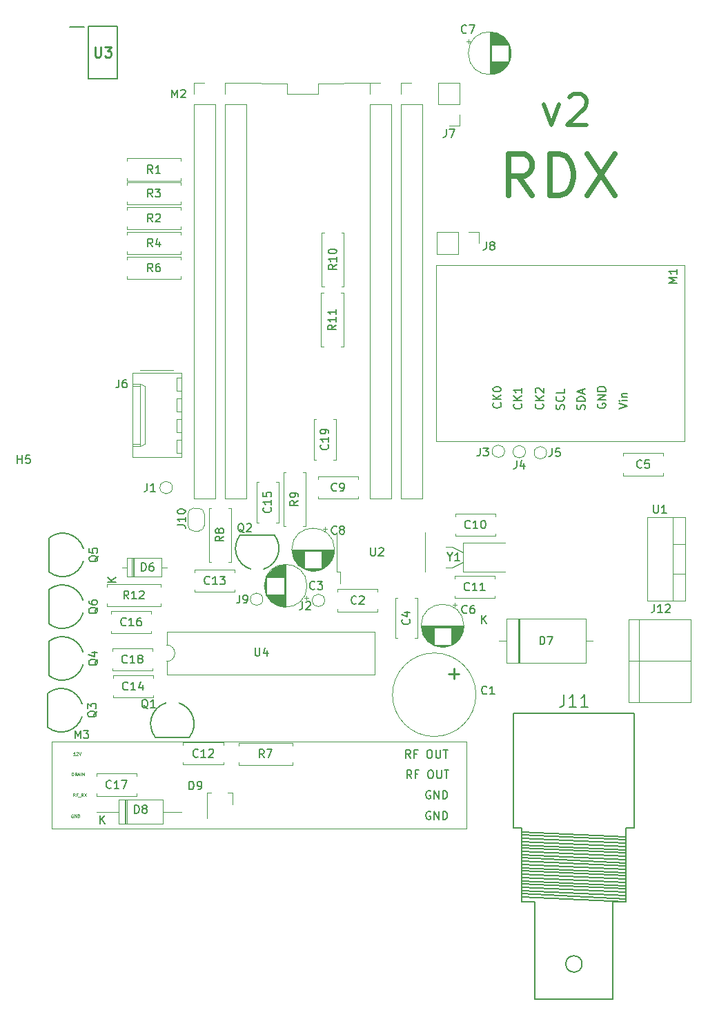
<source format=gbr>
%TF.GenerationSoftware,KiCad,Pcbnew,(6.0.10)*%
%TF.CreationDate,2023-01-18T20:55:07+05:30*%
%TF.ProjectId,RDX v2,52445820-7632-42e6-9b69-6361645f7063,rev?*%
%TF.SameCoordinates,Original*%
%TF.FileFunction,Legend,Top*%
%TF.FilePolarity,Positive*%
%FSLAX46Y46*%
G04 Gerber Fmt 4.6, Leading zero omitted, Abs format (unit mm)*
G04 Created by KiCad (PCBNEW (6.0.10)) date 2023-01-18 20:55:07*
%MOMM*%
%LPD*%
G01*
G04 APERTURE LIST*
%ADD10C,0.635000*%
%ADD11C,0.508000*%
%ADD12C,0.150000*%
%ADD13C,0.095250*%
%ADD14C,0.127000*%
%ADD15C,0.254000*%
%ADD16C,0.120000*%
%ADD17C,0.203200*%
%ADD18C,0.200000*%
G04 APERTURE END LIST*
D10*
X136592733Y-77228095D02*
X134899400Y-74809047D01*
X133689876Y-77228095D02*
X133689876Y-72148095D01*
X135625114Y-72148095D01*
X136108923Y-72390000D01*
X136350828Y-72631904D01*
X136592733Y-73115714D01*
X136592733Y-73841428D01*
X136350828Y-74325238D01*
X136108923Y-74567142D01*
X135625114Y-74809047D01*
X133689876Y-74809047D01*
X138769876Y-77228095D02*
X138769876Y-72148095D01*
X139979400Y-72148095D01*
X140705114Y-72390000D01*
X141188923Y-72873809D01*
X141430828Y-73357619D01*
X141672733Y-74325238D01*
X141672733Y-75050952D01*
X141430828Y-76018571D01*
X141188923Y-76502380D01*
X140705114Y-76986190D01*
X139979400Y-77228095D01*
X138769876Y-77228095D01*
X143366066Y-72148095D02*
X146752733Y-77228095D01*
X146752733Y-72148095D02*
X143366066Y-77228095D01*
D11*
X138045371Y-66061771D02*
X138952514Y-68601771D01*
X139859657Y-66061771D01*
X141129657Y-65154628D02*
X141311085Y-64973200D01*
X141673942Y-64791771D01*
X142581085Y-64791771D01*
X142943942Y-64973200D01*
X143125371Y-65154628D01*
X143306800Y-65517485D01*
X143306800Y-65880342D01*
X143125371Y-66424628D01*
X140948228Y-68601771D01*
X143306800Y-68601771D01*
D12*
%TO.C,M3*%
X80521276Y-143784580D02*
X80521276Y-142784580D01*
X80854609Y-143498866D01*
X81187942Y-142784580D01*
X81187942Y-143784580D01*
X81568895Y-142784580D02*
X82187942Y-142784580D01*
X81854609Y-143165533D01*
X81997466Y-143165533D01*
X82092704Y-143213152D01*
X82140323Y-143260771D01*
X82187942Y-143356009D01*
X82187942Y-143594104D01*
X82140323Y-143689342D01*
X82092704Y-143736961D01*
X81997466Y-143784580D01*
X81711752Y-143784580D01*
X81616514Y-143736961D01*
X81568895Y-143689342D01*
X124121095Y-152792350D02*
X124025857Y-152744730D01*
X123883000Y-152744730D01*
X123740142Y-152792350D01*
X123644904Y-152887588D01*
X123597285Y-152982826D01*
X123549666Y-153173302D01*
X123549666Y-153316159D01*
X123597285Y-153506635D01*
X123644904Y-153601873D01*
X123740142Y-153697111D01*
X123883000Y-153744730D01*
X123978238Y-153744730D01*
X124121095Y-153697111D01*
X124168714Y-153649492D01*
X124168714Y-153316159D01*
X123978238Y-153316159D01*
X124597285Y-153744730D02*
X124597285Y-152744730D01*
X125168714Y-153744730D01*
X125168714Y-152744730D01*
X125644904Y-153744730D02*
X125644904Y-152744730D01*
X125883000Y-152744730D01*
X126025857Y-152792350D01*
X126121095Y-152887588D01*
X126168714Y-152982826D01*
X126216333Y-153173302D01*
X126216333Y-153316159D01*
X126168714Y-153506635D01*
X126121095Y-153601873D01*
X126025857Y-153697111D01*
X125883000Y-153744730D01*
X125644904Y-153744730D01*
X121684428Y-146200930D02*
X121351095Y-145724740D01*
X121113000Y-146200930D02*
X121113000Y-145200930D01*
X121493952Y-145200930D01*
X121589190Y-145248550D01*
X121636809Y-145296169D01*
X121684428Y-145391407D01*
X121684428Y-145534264D01*
X121636809Y-145629502D01*
X121589190Y-145677121D01*
X121493952Y-145724740D01*
X121113000Y-145724740D01*
X122446333Y-145677121D02*
X122113000Y-145677121D01*
X122113000Y-146200930D02*
X122113000Y-145200930D01*
X122589190Y-145200930D01*
X123922523Y-145200930D02*
X124113000Y-145200930D01*
X124208238Y-145248550D01*
X124303476Y-145343788D01*
X124351095Y-145534264D01*
X124351095Y-145867597D01*
X124303476Y-146058073D01*
X124208238Y-146153311D01*
X124113000Y-146200930D01*
X123922523Y-146200930D01*
X123827285Y-146153311D01*
X123732047Y-146058073D01*
X123684428Y-145867597D01*
X123684428Y-145534264D01*
X123732047Y-145343788D01*
X123827285Y-145248550D01*
X123922523Y-145200930D01*
X124779666Y-145200930D02*
X124779666Y-146010454D01*
X124827285Y-146105692D01*
X124874904Y-146153311D01*
X124970142Y-146200930D01*
X125160619Y-146200930D01*
X125255857Y-146153311D01*
X125303476Y-146105692D01*
X125351095Y-146010454D01*
X125351095Y-145200930D01*
X125684428Y-145200930D02*
X126255857Y-145200930D01*
X125970142Y-146200930D02*
X125970142Y-145200930D01*
D13*
X80120942Y-148359307D02*
X80120942Y-147978307D01*
X80211657Y-147978307D01*
X80266085Y-147996450D01*
X80302371Y-148032735D01*
X80320514Y-148069021D01*
X80338657Y-148141592D01*
X80338657Y-148196021D01*
X80320514Y-148268592D01*
X80302371Y-148304878D01*
X80266085Y-148341164D01*
X80211657Y-148359307D01*
X80120942Y-148359307D01*
X80719657Y-148359307D02*
X80592657Y-148177878D01*
X80501942Y-148359307D02*
X80501942Y-147978307D01*
X80647085Y-147978307D01*
X80683371Y-147996450D01*
X80701514Y-148014592D01*
X80719657Y-148050878D01*
X80719657Y-148105307D01*
X80701514Y-148141592D01*
X80683371Y-148159735D01*
X80647085Y-148177878D01*
X80501942Y-148177878D01*
X80864800Y-148250450D02*
X81046228Y-148250450D01*
X80828514Y-148359307D02*
X80955514Y-147978307D01*
X81082514Y-148359307D01*
X81209514Y-148359307D02*
X81209514Y-147978307D01*
X81390942Y-148359307D02*
X81390942Y-147978307D01*
X81608657Y-148359307D01*
X81608657Y-147978307D01*
X80269714Y-153127250D02*
X80233428Y-153109107D01*
X80179000Y-153109107D01*
X80124571Y-153127250D01*
X80088285Y-153163535D01*
X80070142Y-153199821D01*
X80052000Y-153272392D01*
X80052000Y-153326821D01*
X80070142Y-153399392D01*
X80088285Y-153435678D01*
X80124571Y-153471964D01*
X80179000Y-153490107D01*
X80215285Y-153490107D01*
X80269714Y-153471964D01*
X80287857Y-153453821D01*
X80287857Y-153326821D01*
X80215285Y-153326821D01*
X80451142Y-153490107D02*
X80451142Y-153109107D01*
X80668857Y-153490107D01*
X80668857Y-153109107D01*
X80850285Y-153490107D02*
X80850285Y-153109107D01*
X80941000Y-153109107D01*
X80995428Y-153127250D01*
X81031714Y-153163535D01*
X81049857Y-153199821D01*
X81068000Y-153272392D01*
X81068000Y-153326821D01*
X81049857Y-153399392D01*
X81031714Y-153435678D01*
X80995428Y-153471964D01*
X80941000Y-153490107D01*
X80850285Y-153490107D01*
X80505571Y-150899307D02*
X80378571Y-150717878D01*
X80287857Y-150899307D02*
X80287857Y-150518307D01*
X80433000Y-150518307D01*
X80469285Y-150536450D01*
X80487428Y-150554592D01*
X80505571Y-150590878D01*
X80505571Y-150645307D01*
X80487428Y-150681592D01*
X80469285Y-150699735D01*
X80433000Y-150717878D01*
X80287857Y-150717878D01*
X80795857Y-150699735D02*
X80668857Y-150699735D01*
X80668857Y-150899307D02*
X80668857Y-150518307D01*
X80850285Y-150518307D01*
X80904714Y-150935592D02*
X81195000Y-150935592D01*
X81503428Y-150899307D02*
X81376428Y-150717878D01*
X81285714Y-150899307D02*
X81285714Y-150518307D01*
X81430857Y-150518307D01*
X81467142Y-150536450D01*
X81485285Y-150554592D01*
X81503428Y-150590878D01*
X81503428Y-150645307D01*
X81485285Y-150681592D01*
X81467142Y-150699735D01*
X81430857Y-150717878D01*
X81285714Y-150717878D01*
X81630428Y-150518307D02*
X81884428Y-150899307D01*
X81884428Y-150518307D02*
X81630428Y-150899307D01*
X80527342Y-145870107D02*
X80309628Y-145870107D01*
X80418485Y-145870107D02*
X80418485Y-145489107D01*
X80382200Y-145543535D01*
X80345914Y-145579821D01*
X80309628Y-145597964D01*
X80672485Y-145525392D02*
X80690628Y-145507250D01*
X80726914Y-145489107D01*
X80817628Y-145489107D01*
X80853914Y-145507250D01*
X80872057Y-145525392D01*
X80890200Y-145561678D01*
X80890200Y-145597964D01*
X80872057Y-145652392D01*
X80654342Y-145870107D01*
X80890200Y-145870107D01*
X80999057Y-145489107D02*
X81126057Y-145870107D01*
X81253057Y-145489107D01*
D12*
X124121095Y-150252350D02*
X124025857Y-150204730D01*
X123883000Y-150204730D01*
X123740142Y-150252350D01*
X123644904Y-150347588D01*
X123597285Y-150442826D01*
X123549666Y-150633302D01*
X123549666Y-150776159D01*
X123597285Y-150966635D01*
X123644904Y-151061873D01*
X123740142Y-151157111D01*
X123883000Y-151204730D01*
X123978238Y-151204730D01*
X124121095Y-151157111D01*
X124168714Y-151109492D01*
X124168714Y-150776159D01*
X123978238Y-150776159D01*
X124597285Y-151204730D02*
X124597285Y-150204730D01*
X125168714Y-151204730D01*
X125168714Y-150204730D01*
X125644904Y-151204730D02*
X125644904Y-150204730D01*
X125883000Y-150204730D01*
X126025857Y-150252350D01*
X126121095Y-150347588D01*
X126168714Y-150442826D01*
X126216333Y-150633302D01*
X126216333Y-150776159D01*
X126168714Y-150966635D01*
X126121095Y-151061873D01*
X126025857Y-151157111D01*
X125883000Y-151204730D01*
X125644904Y-151204730D01*
X121811428Y-148690130D02*
X121478095Y-148213940D01*
X121240000Y-148690130D02*
X121240000Y-147690130D01*
X121620952Y-147690130D01*
X121716190Y-147737750D01*
X121763809Y-147785369D01*
X121811428Y-147880607D01*
X121811428Y-148023464D01*
X121763809Y-148118702D01*
X121716190Y-148166321D01*
X121620952Y-148213940D01*
X121240000Y-148213940D01*
X122573333Y-148166321D02*
X122240000Y-148166321D01*
X122240000Y-148690130D02*
X122240000Y-147690130D01*
X122716190Y-147690130D01*
X124049523Y-147690130D02*
X124240000Y-147690130D01*
X124335238Y-147737750D01*
X124430476Y-147832988D01*
X124478095Y-148023464D01*
X124478095Y-148356797D01*
X124430476Y-148547273D01*
X124335238Y-148642511D01*
X124240000Y-148690130D01*
X124049523Y-148690130D01*
X123954285Y-148642511D01*
X123859047Y-148547273D01*
X123811428Y-148356797D01*
X123811428Y-148023464D01*
X123859047Y-147832988D01*
X123954285Y-147737750D01*
X124049523Y-147690130D01*
X124906666Y-147690130D02*
X124906666Y-148499654D01*
X124954285Y-148594892D01*
X125001904Y-148642511D01*
X125097142Y-148690130D01*
X125287619Y-148690130D01*
X125382857Y-148642511D01*
X125430476Y-148594892D01*
X125478095Y-148499654D01*
X125478095Y-147690130D01*
X125811428Y-147690130D02*
X126382857Y-147690130D01*
X126097142Y-148690130D02*
X126097142Y-147690130D01*
%TO.C,J3*%
X130222666Y-108164380D02*
X130222666Y-108878666D01*
X130175047Y-109021523D01*
X130079809Y-109116761D01*
X129936952Y-109164380D01*
X129841714Y-109164380D01*
X130603619Y-108164380D02*
X131222666Y-108164380D01*
X130889333Y-108545333D01*
X131032190Y-108545333D01*
X131127428Y-108592952D01*
X131175047Y-108640571D01*
X131222666Y-108735809D01*
X131222666Y-108973904D01*
X131175047Y-109069142D01*
X131127428Y-109116761D01*
X131032190Y-109164380D01*
X130746476Y-109164380D01*
X130651238Y-109116761D01*
X130603619Y-109069142D01*
%TO.C,C18*%
X86900142Y-134469142D02*
X86852523Y-134516761D01*
X86709666Y-134564380D01*
X86614428Y-134564380D01*
X86471571Y-134516761D01*
X86376333Y-134421523D01*
X86328714Y-134326285D01*
X86281095Y-134135809D01*
X86281095Y-133992952D01*
X86328714Y-133802476D01*
X86376333Y-133707238D01*
X86471571Y-133612000D01*
X86614428Y-133564380D01*
X86709666Y-133564380D01*
X86852523Y-133612000D01*
X86900142Y-133659619D01*
X87852523Y-134564380D02*
X87281095Y-134564380D01*
X87566809Y-134564380D02*
X87566809Y-133564380D01*
X87471571Y-133707238D01*
X87376333Y-133802476D01*
X87281095Y-133850095D01*
X88423952Y-133992952D02*
X88328714Y-133945333D01*
X88281095Y-133897714D01*
X88233476Y-133802476D01*
X88233476Y-133754857D01*
X88281095Y-133659619D01*
X88328714Y-133612000D01*
X88423952Y-133564380D01*
X88614428Y-133564380D01*
X88709666Y-133612000D01*
X88757285Y-133659619D01*
X88804904Y-133754857D01*
X88804904Y-133802476D01*
X88757285Y-133897714D01*
X88709666Y-133945333D01*
X88614428Y-133992952D01*
X88423952Y-133992952D01*
X88328714Y-134040571D01*
X88281095Y-134088190D01*
X88233476Y-134183428D01*
X88233476Y-134373904D01*
X88281095Y-134469142D01*
X88328714Y-134516761D01*
X88423952Y-134564380D01*
X88614428Y-134564380D01*
X88709666Y-134516761D01*
X88757285Y-134469142D01*
X88804904Y-134373904D01*
X88804904Y-134183428D01*
X88757285Y-134088190D01*
X88709666Y-134040571D01*
X88614428Y-133992952D01*
%TO.C,C9*%
X112609333Y-113387142D02*
X112561714Y-113434761D01*
X112418857Y-113482380D01*
X112323619Y-113482380D01*
X112180761Y-113434761D01*
X112085523Y-113339523D01*
X112037904Y-113244285D01*
X111990285Y-113053809D01*
X111990285Y-112910952D01*
X112037904Y-112720476D01*
X112085523Y-112625238D01*
X112180761Y-112530000D01*
X112323619Y-112482380D01*
X112418857Y-112482380D01*
X112561714Y-112530000D01*
X112609333Y-112577619D01*
X113085523Y-113482380D02*
X113276000Y-113482380D01*
X113371238Y-113434761D01*
X113418857Y-113387142D01*
X113514095Y-113244285D01*
X113561714Y-113053809D01*
X113561714Y-112672857D01*
X113514095Y-112577619D01*
X113466476Y-112530000D01*
X113371238Y-112482380D01*
X113180761Y-112482380D01*
X113085523Y-112530000D01*
X113037904Y-112577619D01*
X112990285Y-112672857D01*
X112990285Y-112910952D01*
X113037904Y-113006190D01*
X113085523Y-113053809D01*
X113180761Y-113101428D01*
X113371238Y-113101428D01*
X113466476Y-113053809D01*
X113514095Y-113006190D01*
X113561714Y-112910952D01*
%TO.C,R6*%
X90035333Y-86558380D02*
X89702000Y-86082190D01*
X89463904Y-86558380D02*
X89463904Y-85558380D01*
X89844857Y-85558380D01*
X89940095Y-85606000D01*
X89987714Y-85653619D01*
X90035333Y-85748857D01*
X90035333Y-85891714D01*
X89987714Y-85986952D01*
X89940095Y-86034571D01*
X89844857Y-86082190D01*
X89463904Y-86082190D01*
X90892476Y-85558380D02*
X90702000Y-85558380D01*
X90606761Y-85606000D01*
X90559142Y-85653619D01*
X90463904Y-85796476D01*
X90416285Y-85986952D01*
X90416285Y-86367904D01*
X90463904Y-86463142D01*
X90511523Y-86510761D01*
X90606761Y-86558380D01*
X90797238Y-86558380D01*
X90892476Y-86510761D01*
X90940095Y-86463142D01*
X90987714Y-86367904D01*
X90987714Y-86129809D01*
X90940095Y-86034571D01*
X90892476Y-85986952D01*
X90797238Y-85939333D01*
X90606761Y-85939333D01*
X90511523Y-85986952D01*
X90463904Y-86034571D01*
X90416285Y-86129809D01*
%TO.C,J10*%
X93051380Y-117634523D02*
X93765666Y-117634523D01*
X93908523Y-117682142D01*
X94003761Y-117777380D01*
X94051380Y-117920238D01*
X94051380Y-118015476D01*
X94051380Y-116634523D02*
X94051380Y-117205952D01*
X94051380Y-116920238D02*
X93051380Y-116920238D01*
X93194238Y-117015476D01*
X93289476Y-117110714D01*
X93337095Y-117205952D01*
X93051380Y-116015476D02*
X93051380Y-115920238D01*
X93099000Y-115825000D01*
X93146619Y-115777380D01*
X93241857Y-115729761D01*
X93432333Y-115682142D01*
X93670428Y-115682142D01*
X93860904Y-115729761D01*
X93956142Y-115777380D01*
X94003761Y-115825000D01*
X94051380Y-115920238D01*
X94051380Y-116015476D01*
X94003761Y-116110714D01*
X93956142Y-116158333D01*
X93860904Y-116205952D01*
X93670428Y-116253571D01*
X93432333Y-116253571D01*
X93241857Y-116205952D01*
X93146619Y-116158333D01*
X93099000Y-116110714D01*
X93051380Y-116015476D01*
%TO.C,C16*%
X86773142Y-129897142D02*
X86725523Y-129944761D01*
X86582666Y-129992380D01*
X86487428Y-129992380D01*
X86344571Y-129944761D01*
X86249333Y-129849523D01*
X86201714Y-129754285D01*
X86154095Y-129563809D01*
X86154095Y-129420952D01*
X86201714Y-129230476D01*
X86249333Y-129135238D01*
X86344571Y-129040000D01*
X86487428Y-128992380D01*
X86582666Y-128992380D01*
X86725523Y-129040000D01*
X86773142Y-129087619D01*
X87725523Y-129992380D02*
X87154095Y-129992380D01*
X87439809Y-129992380D02*
X87439809Y-128992380D01*
X87344571Y-129135238D01*
X87249333Y-129230476D01*
X87154095Y-129278095D01*
X88582666Y-128992380D02*
X88392190Y-128992380D01*
X88296952Y-129040000D01*
X88249333Y-129087619D01*
X88154095Y-129230476D01*
X88106476Y-129420952D01*
X88106476Y-129801904D01*
X88154095Y-129897142D01*
X88201714Y-129944761D01*
X88296952Y-129992380D01*
X88487428Y-129992380D01*
X88582666Y-129944761D01*
X88630285Y-129897142D01*
X88677904Y-129801904D01*
X88677904Y-129563809D01*
X88630285Y-129468571D01*
X88582666Y-129420952D01*
X88487428Y-129373333D01*
X88296952Y-129373333D01*
X88201714Y-129420952D01*
X88154095Y-129468571D01*
X88106476Y-129563809D01*
%TO.C,C14*%
X86987142Y-137771142D02*
X86939523Y-137818761D01*
X86796666Y-137866380D01*
X86701428Y-137866380D01*
X86558571Y-137818761D01*
X86463333Y-137723523D01*
X86415714Y-137628285D01*
X86368095Y-137437809D01*
X86368095Y-137294952D01*
X86415714Y-137104476D01*
X86463333Y-137009238D01*
X86558571Y-136914000D01*
X86701428Y-136866380D01*
X86796666Y-136866380D01*
X86939523Y-136914000D01*
X86987142Y-136961619D01*
X87939523Y-137866380D02*
X87368095Y-137866380D01*
X87653809Y-137866380D02*
X87653809Y-136866380D01*
X87558571Y-137009238D01*
X87463333Y-137104476D01*
X87368095Y-137152095D01*
X88796666Y-137199714D02*
X88796666Y-137866380D01*
X88558571Y-136818761D02*
X88320476Y-137533047D01*
X88939523Y-137533047D01*
%TO.C,J6*%
X85899666Y-99782380D02*
X85899666Y-100496666D01*
X85852047Y-100639523D01*
X85756809Y-100734761D01*
X85613952Y-100782380D01*
X85518714Y-100782380D01*
X86804428Y-99782380D02*
X86613952Y-99782380D01*
X86518714Y-99830000D01*
X86471095Y-99877619D01*
X86375857Y-100020476D01*
X86328238Y-100210952D01*
X86328238Y-100591904D01*
X86375857Y-100687142D01*
X86423476Y-100734761D01*
X86518714Y-100782380D01*
X86709190Y-100782380D01*
X86804428Y-100734761D01*
X86852047Y-100687142D01*
X86899666Y-100591904D01*
X86899666Y-100353809D01*
X86852047Y-100258571D01*
X86804428Y-100210952D01*
X86709190Y-100163333D01*
X86518714Y-100163333D01*
X86423476Y-100210952D01*
X86375857Y-100258571D01*
X86328238Y-100353809D01*
%TO.C,D8*%
X87823104Y-152976180D02*
X87823104Y-151976180D01*
X88061200Y-151976180D01*
X88204057Y-152023800D01*
X88299295Y-152119038D01*
X88346914Y-152214276D01*
X88394533Y-152404752D01*
X88394533Y-152547609D01*
X88346914Y-152738085D01*
X88299295Y-152833323D01*
X88204057Y-152928561D01*
X88061200Y-152976180D01*
X87823104Y-152976180D01*
X88965961Y-152404752D02*
X88870723Y-152357133D01*
X88823104Y-152309514D01*
X88775485Y-152214276D01*
X88775485Y-152166657D01*
X88823104Y-152071419D01*
X88870723Y-152023800D01*
X88965961Y-151976180D01*
X89156438Y-151976180D01*
X89251676Y-152023800D01*
X89299295Y-152071419D01*
X89346914Y-152166657D01*
X89346914Y-152214276D01*
X89299295Y-152309514D01*
X89251676Y-152357133D01*
X89156438Y-152404752D01*
X88965961Y-152404752D01*
X88870723Y-152452371D01*
X88823104Y-152499990D01*
X88775485Y-152595228D01*
X88775485Y-152785704D01*
X88823104Y-152880942D01*
X88870723Y-152928561D01*
X88965961Y-152976180D01*
X89156438Y-152976180D01*
X89251676Y-152928561D01*
X89299295Y-152880942D01*
X89346914Y-152785704D01*
X89346914Y-152595228D01*
X89299295Y-152499990D01*
X89251676Y-152452371D01*
X89156438Y-152404752D01*
X83619295Y-154249380D02*
X83619295Y-153249380D01*
X84190723Y-154249380D02*
X83762152Y-153677952D01*
X84190723Y-153249380D02*
X83619295Y-153820809D01*
%TO.C,R7*%
X103712733Y-146146780D02*
X103379400Y-145670590D01*
X103141304Y-146146780D02*
X103141304Y-145146780D01*
X103522257Y-145146780D01*
X103617495Y-145194400D01*
X103665114Y-145242019D01*
X103712733Y-145337257D01*
X103712733Y-145480114D01*
X103665114Y-145575352D01*
X103617495Y-145622971D01*
X103522257Y-145670590D01*
X103141304Y-145670590D01*
X104046066Y-145146780D02*
X104712733Y-145146780D01*
X104284161Y-146146780D01*
%TO.C,R4*%
X90035333Y-83510380D02*
X89702000Y-83034190D01*
X89463904Y-83510380D02*
X89463904Y-82510380D01*
X89844857Y-82510380D01*
X89940095Y-82558000D01*
X89987714Y-82605619D01*
X90035333Y-82700857D01*
X90035333Y-82843714D01*
X89987714Y-82938952D01*
X89940095Y-82986571D01*
X89844857Y-83034190D01*
X89463904Y-83034190D01*
X90892476Y-82843714D02*
X90892476Y-83510380D01*
X90654380Y-82462761D02*
X90416285Y-83177047D01*
X91035333Y-83177047D01*
%TO.C,C6*%
X128611333Y-128373142D02*
X128563714Y-128420761D01*
X128420857Y-128468380D01*
X128325619Y-128468380D01*
X128182761Y-128420761D01*
X128087523Y-128325523D01*
X128039904Y-128230285D01*
X127992285Y-128039809D01*
X127992285Y-127896952D01*
X128039904Y-127706476D01*
X128087523Y-127611238D01*
X128182761Y-127516000D01*
X128325619Y-127468380D01*
X128420857Y-127468380D01*
X128563714Y-127516000D01*
X128611333Y-127563619D01*
X129468476Y-127468380D02*
X129278000Y-127468380D01*
X129182761Y-127516000D01*
X129135142Y-127563619D01*
X129039904Y-127706476D01*
X128992285Y-127896952D01*
X128992285Y-128277904D01*
X129039904Y-128373142D01*
X129087523Y-128420761D01*
X129182761Y-128468380D01*
X129373238Y-128468380D01*
X129468476Y-128420761D01*
X129516095Y-128373142D01*
X129563714Y-128277904D01*
X129563714Y-128039809D01*
X129516095Y-127944571D01*
X129468476Y-127896952D01*
X129373238Y-127849333D01*
X129182761Y-127849333D01*
X129087523Y-127896952D01*
X129039904Y-127944571D01*
X128992285Y-128039809D01*
%TO.C,J12*%
X151590476Y-127341380D02*
X151590476Y-128055666D01*
X151542857Y-128198523D01*
X151447619Y-128293761D01*
X151304761Y-128341380D01*
X151209523Y-128341380D01*
X152590476Y-128341380D02*
X152019047Y-128341380D01*
X152304761Y-128341380D02*
X152304761Y-127341380D01*
X152209523Y-127484238D01*
X152114285Y-127579476D01*
X152019047Y-127627095D01*
X152971428Y-127436619D02*
X153019047Y-127389000D01*
X153114285Y-127341380D01*
X153352380Y-127341380D01*
X153447619Y-127389000D01*
X153495238Y-127436619D01*
X153542857Y-127531857D01*
X153542857Y-127627095D01*
X153495238Y-127769952D01*
X152923809Y-128341380D01*
X153542857Y-128341380D01*
%TO.C,Y1*%
X126523809Y-121515190D02*
X126523809Y-121991380D01*
X126190476Y-120991380D02*
X126523809Y-121515190D01*
X126857142Y-120991380D01*
X127714285Y-121991380D02*
X127142857Y-121991380D01*
X127428571Y-121991380D02*
X127428571Y-120991380D01*
X127333333Y-121134238D01*
X127238095Y-121229476D01*
X127142857Y-121277095D01*
%TO.C,R12*%
X87082142Y-126690380D02*
X86748809Y-126214190D01*
X86510714Y-126690380D02*
X86510714Y-125690380D01*
X86891666Y-125690380D01*
X86986904Y-125738000D01*
X87034523Y-125785619D01*
X87082142Y-125880857D01*
X87082142Y-126023714D01*
X87034523Y-126118952D01*
X86986904Y-126166571D01*
X86891666Y-126214190D01*
X86510714Y-126214190D01*
X88034523Y-126690380D02*
X87463095Y-126690380D01*
X87748809Y-126690380D02*
X87748809Y-125690380D01*
X87653571Y-125833238D01*
X87558333Y-125928476D01*
X87463095Y-125976095D01*
X88415476Y-125785619D02*
X88463095Y-125738000D01*
X88558333Y-125690380D01*
X88796428Y-125690380D01*
X88891666Y-125738000D01*
X88939285Y-125785619D01*
X88986904Y-125880857D01*
X88986904Y-125976095D01*
X88939285Y-126118952D01*
X88367857Y-126690380D01*
X88986904Y-126690380D01*
%TO.C,U2*%
X116789295Y-120407180D02*
X116789295Y-121216704D01*
X116836914Y-121311942D01*
X116884533Y-121359561D01*
X116979771Y-121407180D01*
X117170247Y-121407180D01*
X117265485Y-121359561D01*
X117313104Y-121311942D01*
X117360723Y-121216704D01*
X117360723Y-120407180D01*
X117789295Y-120502419D02*
X117836914Y-120454800D01*
X117932152Y-120407180D01*
X118170247Y-120407180D01*
X118265485Y-120454800D01*
X118313104Y-120502419D01*
X118360723Y-120597657D01*
X118360723Y-120692895D01*
X118313104Y-120835752D01*
X117741676Y-121407180D01*
X118360723Y-121407180D01*
%TO.C,C3*%
X109924594Y-125426742D02*
X109876975Y-125474361D01*
X109734118Y-125521980D01*
X109638880Y-125521980D01*
X109496022Y-125474361D01*
X109400784Y-125379123D01*
X109353165Y-125283885D01*
X109305546Y-125093409D01*
X109305546Y-124950552D01*
X109353165Y-124760076D01*
X109400784Y-124664838D01*
X109496022Y-124569600D01*
X109638880Y-124521980D01*
X109734118Y-124521980D01*
X109876975Y-124569600D01*
X109924594Y-124617219D01*
X110257927Y-124521980D02*
X110876975Y-124521980D01*
X110543641Y-124902933D01*
X110686499Y-124902933D01*
X110781737Y-124950552D01*
X110829356Y-124998171D01*
X110876975Y-125093409D01*
X110876975Y-125331504D01*
X110829356Y-125426742D01*
X110781737Y-125474361D01*
X110686499Y-125521980D01*
X110400784Y-125521980D01*
X110305546Y-125474361D01*
X110257927Y-125426742D01*
%TO.C,D9*%
X94537304Y-150058380D02*
X94537304Y-149058380D01*
X94775400Y-149058380D01*
X94918257Y-149106000D01*
X95013495Y-149201238D01*
X95061114Y-149296476D01*
X95108733Y-149486952D01*
X95108733Y-149629809D01*
X95061114Y-149820285D01*
X95013495Y-149915523D01*
X94918257Y-150010761D01*
X94775400Y-150058380D01*
X94537304Y-150058380D01*
X95584923Y-150058380D02*
X95775400Y-150058380D01*
X95870638Y-150010761D01*
X95918257Y-149963142D01*
X96013495Y-149820285D01*
X96061114Y-149629809D01*
X96061114Y-149248857D01*
X96013495Y-149153619D01*
X95965876Y-149106000D01*
X95870638Y-149058380D01*
X95680161Y-149058380D01*
X95584923Y-149106000D01*
X95537304Y-149153619D01*
X95489685Y-149248857D01*
X95489685Y-149486952D01*
X95537304Y-149582190D01*
X95584923Y-149629809D01*
X95680161Y-149677428D01*
X95870638Y-149677428D01*
X95965876Y-149629809D01*
X96013495Y-149582190D01*
X96061114Y-149486952D01*
%TO.C,D7*%
X137564904Y-132278380D02*
X137564904Y-131278380D01*
X137803000Y-131278380D01*
X137945857Y-131326000D01*
X138041095Y-131421238D01*
X138088714Y-131516476D01*
X138136333Y-131706952D01*
X138136333Y-131849809D01*
X138088714Y-132040285D01*
X138041095Y-132135523D01*
X137945857Y-132230761D01*
X137803000Y-132278380D01*
X137564904Y-132278380D01*
X138469666Y-131278380D02*
X139136333Y-131278380D01*
X138707761Y-132278380D01*
X130421095Y-129678380D02*
X130421095Y-128678380D01*
X130992523Y-129678380D02*
X130563952Y-129106952D01*
X130992523Y-128678380D02*
X130421095Y-129249809D01*
%TO.C,R8*%
X98750380Y-119006666D02*
X98274190Y-119340000D01*
X98750380Y-119578095D02*
X97750380Y-119578095D01*
X97750380Y-119197142D01*
X97798000Y-119101904D01*
X97845619Y-119054285D01*
X97940857Y-119006666D01*
X98083714Y-119006666D01*
X98178952Y-119054285D01*
X98226571Y-119101904D01*
X98274190Y-119197142D01*
X98274190Y-119578095D01*
X98178952Y-118435238D02*
X98131333Y-118530476D01*
X98083714Y-118578095D01*
X97988476Y-118625714D01*
X97940857Y-118625714D01*
X97845619Y-118578095D01*
X97798000Y-118530476D01*
X97750380Y-118435238D01*
X97750380Y-118244761D01*
X97798000Y-118149523D01*
X97845619Y-118101904D01*
X97940857Y-118054285D01*
X97988476Y-118054285D01*
X98083714Y-118101904D01*
X98131333Y-118149523D01*
X98178952Y-118244761D01*
X98178952Y-118435238D01*
X98226571Y-118530476D01*
X98274190Y-118578095D01*
X98369428Y-118625714D01*
X98559904Y-118625714D01*
X98655142Y-118578095D01*
X98702761Y-118530476D01*
X98750380Y-118435238D01*
X98750380Y-118244761D01*
X98702761Y-118149523D01*
X98655142Y-118101904D01*
X98559904Y-118054285D01*
X98369428Y-118054285D01*
X98274190Y-118101904D01*
X98226571Y-118149523D01*
X98178952Y-118244761D01*
%TO.C,C10*%
X128984142Y-117959142D02*
X128936523Y-118006761D01*
X128793666Y-118054380D01*
X128698428Y-118054380D01*
X128555571Y-118006761D01*
X128460333Y-117911523D01*
X128412714Y-117816285D01*
X128365095Y-117625809D01*
X128365095Y-117482952D01*
X128412714Y-117292476D01*
X128460333Y-117197238D01*
X128555571Y-117102000D01*
X128698428Y-117054380D01*
X128793666Y-117054380D01*
X128936523Y-117102000D01*
X128984142Y-117149619D01*
X129936523Y-118054380D02*
X129365095Y-118054380D01*
X129650809Y-118054380D02*
X129650809Y-117054380D01*
X129555571Y-117197238D01*
X129460333Y-117292476D01*
X129365095Y-117340095D01*
X130555571Y-117054380D02*
X130650809Y-117054380D01*
X130746047Y-117102000D01*
X130793666Y-117149619D01*
X130841285Y-117244857D01*
X130888904Y-117435333D01*
X130888904Y-117673428D01*
X130841285Y-117863904D01*
X130793666Y-117959142D01*
X130746047Y-118006761D01*
X130650809Y-118054380D01*
X130555571Y-118054380D01*
X130460333Y-118006761D01*
X130412714Y-117959142D01*
X130365095Y-117863904D01*
X130317476Y-117673428D01*
X130317476Y-117435333D01*
X130365095Y-117244857D01*
X130412714Y-117149619D01*
X130460333Y-117102000D01*
X130555571Y-117054380D01*
%TO.C,C11*%
X128897142Y-125579142D02*
X128849523Y-125626761D01*
X128706666Y-125674380D01*
X128611428Y-125674380D01*
X128468571Y-125626761D01*
X128373333Y-125531523D01*
X128325714Y-125436285D01*
X128278095Y-125245809D01*
X128278095Y-125102952D01*
X128325714Y-124912476D01*
X128373333Y-124817238D01*
X128468571Y-124722000D01*
X128611428Y-124674380D01*
X128706666Y-124674380D01*
X128849523Y-124722000D01*
X128897142Y-124769619D01*
X129849523Y-125674380D02*
X129278095Y-125674380D01*
X129563809Y-125674380D02*
X129563809Y-124674380D01*
X129468571Y-124817238D01*
X129373333Y-124912476D01*
X129278095Y-124960095D01*
X130801904Y-125674380D02*
X130230476Y-125674380D01*
X130516190Y-125674380D02*
X130516190Y-124674380D01*
X130420952Y-124817238D01*
X130325714Y-124912476D01*
X130230476Y-124960095D01*
%TO.C,R2*%
X90035333Y-80462380D02*
X89702000Y-79986190D01*
X89463904Y-80462380D02*
X89463904Y-79462380D01*
X89844857Y-79462380D01*
X89940095Y-79510000D01*
X89987714Y-79557619D01*
X90035333Y-79652857D01*
X90035333Y-79795714D01*
X89987714Y-79890952D01*
X89940095Y-79938571D01*
X89844857Y-79986190D01*
X89463904Y-79986190D01*
X90416285Y-79557619D02*
X90463904Y-79510000D01*
X90559142Y-79462380D01*
X90797238Y-79462380D01*
X90892476Y-79510000D01*
X90940095Y-79557619D01*
X90987714Y-79652857D01*
X90987714Y-79748095D01*
X90940095Y-79890952D01*
X90368666Y-80462380D01*
X90987714Y-80462380D01*
%TO.C,J1*%
X89354066Y-112507780D02*
X89354066Y-113222066D01*
X89306447Y-113364923D01*
X89211209Y-113460161D01*
X89068352Y-113507780D01*
X88973114Y-113507780D01*
X90354066Y-113507780D02*
X89782638Y-113507780D01*
X90068352Y-113507780D02*
X90068352Y-112507780D01*
X89973114Y-112650638D01*
X89877876Y-112745876D01*
X89782638Y-112793495D01*
%TO.C,H5*%
X73456895Y-110044380D02*
X73456895Y-109044380D01*
X73456895Y-109520571D02*
X74028323Y-109520571D01*
X74028323Y-110044380D02*
X74028323Y-109044380D01*
X74980704Y-109044380D02*
X74504514Y-109044380D01*
X74456895Y-109520571D01*
X74504514Y-109472952D01*
X74599752Y-109425333D01*
X74837847Y-109425333D01*
X74933085Y-109472952D01*
X74980704Y-109520571D01*
X75028323Y-109615809D01*
X75028323Y-109853904D01*
X74980704Y-109949142D01*
X74933085Y-109996761D01*
X74837847Y-110044380D01*
X74599752Y-110044380D01*
X74504514Y-109996761D01*
X74456895Y-109949142D01*
%TO.C,C8*%
X112609333Y-118656254D02*
X112561714Y-118703873D01*
X112418857Y-118751492D01*
X112323619Y-118751492D01*
X112180761Y-118703873D01*
X112085523Y-118608635D01*
X112037904Y-118513397D01*
X111990285Y-118322921D01*
X111990285Y-118180064D01*
X112037904Y-117989588D01*
X112085523Y-117894350D01*
X112180761Y-117799112D01*
X112323619Y-117751492D01*
X112418857Y-117751492D01*
X112561714Y-117799112D01*
X112609333Y-117846731D01*
X113180761Y-118180064D02*
X113085523Y-118132445D01*
X113037904Y-118084826D01*
X112990285Y-117989588D01*
X112990285Y-117941969D01*
X113037904Y-117846731D01*
X113085523Y-117799112D01*
X113180761Y-117751492D01*
X113371238Y-117751492D01*
X113466476Y-117799112D01*
X113514095Y-117846731D01*
X113561714Y-117941969D01*
X113561714Y-117989588D01*
X113514095Y-118084826D01*
X113466476Y-118132445D01*
X113371238Y-118180064D01*
X113180761Y-118180064D01*
X113085523Y-118227683D01*
X113037904Y-118275302D01*
X112990285Y-118370540D01*
X112990285Y-118561016D01*
X113037904Y-118656254D01*
X113085523Y-118703873D01*
X113180761Y-118751492D01*
X113371238Y-118751492D01*
X113466476Y-118703873D01*
X113514095Y-118656254D01*
X113561714Y-118561016D01*
X113561714Y-118370540D01*
X113514095Y-118275302D01*
X113466476Y-118227683D01*
X113371238Y-118180064D01*
D14*
%TO.C,Q3*%
X83195281Y-140431803D02*
X83146901Y-140528565D01*
X83050139Y-140625327D01*
X82904996Y-140770470D01*
X82856615Y-140867232D01*
X82856615Y-140963994D01*
X83098520Y-140915613D02*
X83050139Y-141012375D01*
X82953377Y-141109137D01*
X82759853Y-141157518D01*
X82421186Y-141157518D01*
X82227662Y-141109137D01*
X82130901Y-141012375D01*
X82082520Y-140915613D01*
X82082520Y-140722089D01*
X82130901Y-140625327D01*
X82227662Y-140528565D01*
X82421186Y-140480184D01*
X82759853Y-140480184D01*
X82953377Y-140528565D01*
X83050139Y-140625327D01*
X83098520Y-140722089D01*
X83098520Y-140915613D01*
X82082520Y-140141518D02*
X82082520Y-139512565D01*
X82469567Y-139851232D01*
X82469567Y-139706089D01*
X82517948Y-139609327D01*
X82566329Y-139560946D01*
X82663091Y-139512565D01*
X82904996Y-139512565D01*
X83001758Y-139560946D01*
X83050139Y-139609327D01*
X83098520Y-139706089D01*
X83098520Y-139996375D01*
X83050139Y-140093137D01*
X83001758Y-140141518D01*
D12*
%TO.C,C2*%
X115022333Y-127230142D02*
X114974714Y-127277761D01*
X114831857Y-127325380D01*
X114736619Y-127325380D01*
X114593761Y-127277761D01*
X114498523Y-127182523D01*
X114450904Y-127087285D01*
X114403285Y-126896809D01*
X114403285Y-126753952D01*
X114450904Y-126563476D01*
X114498523Y-126468238D01*
X114593761Y-126373000D01*
X114736619Y-126325380D01*
X114831857Y-126325380D01*
X114974714Y-126373000D01*
X115022333Y-126420619D01*
X115403285Y-126420619D02*
X115450904Y-126373000D01*
X115546142Y-126325380D01*
X115784238Y-126325380D01*
X115879476Y-126373000D01*
X115927095Y-126420619D01*
X115974714Y-126515857D01*
X115974714Y-126611095D01*
X115927095Y-126753952D01*
X115355666Y-127325380D01*
X115974714Y-127325380D01*
%TO.C,C15*%
X104497142Y-115490857D02*
X104544761Y-115538476D01*
X104592380Y-115681333D01*
X104592380Y-115776571D01*
X104544761Y-115919428D01*
X104449523Y-116014666D01*
X104354285Y-116062285D01*
X104163809Y-116109904D01*
X104020952Y-116109904D01*
X103830476Y-116062285D01*
X103735238Y-116014666D01*
X103640000Y-115919428D01*
X103592380Y-115776571D01*
X103592380Y-115681333D01*
X103640000Y-115538476D01*
X103687619Y-115490857D01*
X104592380Y-114538476D02*
X104592380Y-115109904D01*
X104592380Y-114824190D02*
X103592380Y-114824190D01*
X103735238Y-114919428D01*
X103830476Y-115014666D01*
X103878095Y-115109904D01*
X103592380Y-113633714D02*
X103592380Y-114109904D01*
X104068571Y-114157523D01*
X104020952Y-114109904D01*
X103973333Y-114014666D01*
X103973333Y-113776571D01*
X104020952Y-113681333D01*
X104068571Y-113633714D01*
X104163809Y-113586095D01*
X104401904Y-113586095D01*
X104497142Y-113633714D01*
X104544761Y-113681333D01*
X104592380Y-113776571D01*
X104592380Y-114014666D01*
X104544761Y-114109904D01*
X104497142Y-114157523D01*
D14*
%TO.C,Q6*%
X83322281Y-127731803D02*
X83273901Y-127828565D01*
X83177139Y-127925327D01*
X83031996Y-128070470D01*
X82983615Y-128167232D01*
X82983615Y-128263994D01*
X83225520Y-128215613D02*
X83177139Y-128312375D01*
X83080377Y-128409137D01*
X82886853Y-128457518D01*
X82548186Y-128457518D01*
X82354662Y-128409137D01*
X82257901Y-128312375D01*
X82209520Y-128215613D01*
X82209520Y-128022089D01*
X82257901Y-127925327D01*
X82354662Y-127828565D01*
X82548186Y-127780184D01*
X82886853Y-127780184D01*
X83080377Y-127828565D01*
X83177139Y-127925327D01*
X83225520Y-128022089D01*
X83225520Y-128215613D01*
X82209520Y-126909327D02*
X82209520Y-127102851D01*
X82257901Y-127199613D01*
X82306281Y-127247994D01*
X82451424Y-127344756D01*
X82644948Y-127393137D01*
X83031996Y-127393137D01*
X83128758Y-127344756D01*
X83177139Y-127296375D01*
X83225520Y-127199613D01*
X83225520Y-127006089D01*
X83177139Y-126909327D01*
X83128758Y-126860946D01*
X83031996Y-126812565D01*
X82790091Y-126812565D01*
X82693329Y-126860946D01*
X82644948Y-126909327D01*
X82596567Y-127006089D01*
X82596567Y-127199613D01*
X82644948Y-127296375D01*
X82693329Y-127344756D01*
X82790091Y-127393137D01*
D12*
%TO.C,C12*%
X95597742Y-146000742D02*
X95550123Y-146048361D01*
X95407266Y-146095980D01*
X95312028Y-146095980D01*
X95169171Y-146048361D01*
X95073933Y-145953123D01*
X95026314Y-145857885D01*
X94978695Y-145667409D01*
X94978695Y-145524552D01*
X95026314Y-145334076D01*
X95073933Y-145238838D01*
X95169171Y-145143600D01*
X95312028Y-145095980D01*
X95407266Y-145095980D01*
X95550123Y-145143600D01*
X95597742Y-145191219D01*
X96550123Y-146095980D02*
X95978695Y-146095980D01*
X96264409Y-146095980D02*
X96264409Y-145095980D01*
X96169171Y-145238838D01*
X96073933Y-145334076D01*
X95978695Y-145381695D01*
X96931076Y-145191219D02*
X96978695Y-145143600D01*
X97073933Y-145095980D01*
X97312028Y-145095980D01*
X97407266Y-145143600D01*
X97454885Y-145191219D01*
X97502504Y-145286457D01*
X97502504Y-145381695D01*
X97454885Y-145524552D01*
X96883457Y-146095980D01*
X97502504Y-146095980D01*
%TO.C,J2*%
X108429466Y-127011180D02*
X108429466Y-127725466D01*
X108381847Y-127868323D01*
X108286609Y-127963561D01*
X108143752Y-128011180D01*
X108048514Y-128011180D01*
X108858038Y-127106419D02*
X108905657Y-127058800D01*
X109000895Y-127011180D01*
X109238990Y-127011180D01*
X109334228Y-127058800D01*
X109381847Y-127106419D01*
X109429466Y-127201657D01*
X109429466Y-127296895D01*
X109381847Y-127439752D01*
X108810419Y-128011180D01*
X109429466Y-128011180D01*
%TO.C,J11*%
X140517714Y-138420571D02*
X140517714Y-139492000D01*
X140446285Y-139706285D01*
X140303428Y-139849142D01*
X140089142Y-139920571D01*
X139946285Y-139920571D01*
X142017714Y-139920571D02*
X141160571Y-139920571D01*
X141589142Y-139920571D02*
X141589142Y-138420571D01*
X141446285Y-138634857D01*
X141303428Y-138777714D01*
X141160571Y-138849142D01*
X143446285Y-139920571D02*
X142589142Y-139920571D01*
X143017714Y-139920571D02*
X143017714Y-138420571D01*
X142874857Y-138634857D01*
X142732000Y-138777714D01*
X142589142Y-138849142D01*
%TO.C,J8*%
X130984666Y-82891380D02*
X130984666Y-83605666D01*
X130937047Y-83748523D01*
X130841809Y-83843761D01*
X130698952Y-83891380D01*
X130603714Y-83891380D01*
X131603714Y-83319952D02*
X131508476Y-83272333D01*
X131460857Y-83224714D01*
X131413238Y-83129476D01*
X131413238Y-83081857D01*
X131460857Y-82986619D01*
X131508476Y-82939000D01*
X131603714Y-82891380D01*
X131794190Y-82891380D01*
X131889428Y-82939000D01*
X131937047Y-82986619D01*
X131984666Y-83081857D01*
X131984666Y-83129476D01*
X131937047Y-83224714D01*
X131889428Y-83272333D01*
X131794190Y-83319952D01*
X131603714Y-83319952D01*
X131508476Y-83367571D01*
X131460857Y-83415190D01*
X131413238Y-83510428D01*
X131413238Y-83700904D01*
X131460857Y-83796142D01*
X131508476Y-83843761D01*
X131603714Y-83891380D01*
X131794190Y-83891380D01*
X131889428Y-83843761D01*
X131937047Y-83796142D01*
X131984666Y-83700904D01*
X131984666Y-83510428D01*
X131937047Y-83415190D01*
X131889428Y-83367571D01*
X131794190Y-83319952D01*
D14*
%TO.C,Q2*%
X101249238Y-118539380D02*
X101152476Y-118491000D01*
X101055714Y-118394238D01*
X100910571Y-118249095D01*
X100813809Y-118200714D01*
X100717047Y-118200714D01*
X100765428Y-118442619D02*
X100668666Y-118394238D01*
X100571904Y-118297476D01*
X100523523Y-118103952D01*
X100523523Y-117765285D01*
X100571904Y-117571761D01*
X100668666Y-117475000D01*
X100765428Y-117426619D01*
X100958952Y-117426619D01*
X101055714Y-117475000D01*
X101152476Y-117571761D01*
X101200857Y-117765285D01*
X101200857Y-118103952D01*
X101152476Y-118297476D01*
X101055714Y-118394238D01*
X100958952Y-118442619D01*
X100765428Y-118442619D01*
X101587904Y-117523380D02*
X101636285Y-117475000D01*
X101733047Y-117426619D01*
X101974952Y-117426619D01*
X102071714Y-117475000D01*
X102120095Y-117523380D01*
X102168476Y-117620142D01*
X102168476Y-117716904D01*
X102120095Y-117862047D01*
X101539523Y-118442619D01*
X102168476Y-118442619D01*
D12*
%TO.C,C17*%
X84955142Y-149836142D02*
X84907523Y-149883761D01*
X84764666Y-149931380D01*
X84669428Y-149931380D01*
X84526571Y-149883761D01*
X84431333Y-149788523D01*
X84383714Y-149693285D01*
X84336095Y-149502809D01*
X84336095Y-149359952D01*
X84383714Y-149169476D01*
X84431333Y-149074238D01*
X84526571Y-148979000D01*
X84669428Y-148931380D01*
X84764666Y-148931380D01*
X84907523Y-148979000D01*
X84955142Y-149026619D01*
X85907523Y-149931380D02*
X85336095Y-149931380D01*
X85621809Y-149931380D02*
X85621809Y-148931380D01*
X85526571Y-149074238D01*
X85431333Y-149169476D01*
X85336095Y-149217095D01*
X86240857Y-148931380D02*
X86907523Y-148931380D01*
X86478952Y-149931380D01*
%TO.C,J5*%
X139036466Y-108215180D02*
X139036466Y-108929466D01*
X138988847Y-109072323D01*
X138893609Y-109167561D01*
X138750752Y-109215180D01*
X138655514Y-109215180D01*
X139988847Y-108215180D02*
X139512657Y-108215180D01*
X139465038Y-108691371D01*
X139512657Y-108643752D01*
X139607895Y-108596133D01*
X139845990Y-108596133D01*
X139941228Y-108643752D01*
X139988847Y-108691371D01*
X140036466Y-108786609D01*
X140036466Y-109024704D01*
X139988847Y-109119942D01*
X139941228Y-109167561D01*
X139845990Y-109215180D01*
X139607895Y-109215180D01*
X139512657Y-109167561D01*
X139465038Y-109119942D01*
D14*
%TO.C,Q5*%
X83360380Y-121381761D02*
X83312000Y-121478523D01*
X83215238Y-121575285D01*
X83070095Y-121720428D01*
X83021714Y-121817190D01*
X83021714Y-121913952D01*
X83263619Y-121865571D02*
X83215238Y-121962333D01*
X83118476Y-122059095D01*
X82924952Y-122107476D01*
X82586285Y-122107476D01*
X82392761Y-122059095D01*
X82296000Y-121962333D01*
X82247619Y-121865571D01*
X82247619Y-121672047D01*
X82296000Y-121575285D01*
X82392761Y-121478523D01*
X82586285Y-121430142D01*
X82924952Y-121430142D01*
X83118476Y-121478523D01*
X83215238Y-121575285D01*
X83263619Y-121672047D01*
X83263619Y-121865571D01*
X82247619Y-120510904D02*
X82247619Y-120994714D01*
X82731428Y-121043095D01*
X82683047Y-120994714D01*
X82634666Y-120897952D01*
X82634666Y-120656047D01*
X82683047Y-120559285D01*
X82731428Y-120510904D01*
X82828190Y-120462523D01*
X83070095Y-120462523D01*
X83166857Y-120510904D01*
X83215238Y-120559285D01*
X83263619Y-120656047D01*
X83263619Y-120897952D01*
X83215238Y-120994714D01*
X83166857Y-121043095D01*
%TO.C,Q4*%
X83322281Y-134081803D02*
X83273901Y-134178565D01*
X83177139Y-134275327D01*
X83031996Y-134420470D01*
X82983615Y-134517232D01*
X82983615Y-134613994D01*
X83225520Y-134565613D02*
X83177139Y-134662375D01*
X83080377Y-134759137D01*
X82886853Y-134807518D01*
X82548186Y-134807518D01*
X82354662Y-134759137D01*
X82257901Y-134662375D01*
X82209520Y-134565613D01*
X82209520Y-134372089D01*
X82257901Y-134275327D01*
X82354662Y-134178565D01*
X82548186Y-134130184D01*
X82886853Y-134130184D01*
X83080377Y-134178565D01*
X83177139Y-134275327D01*
X83225520Y-134372089D01*
X83225520Y-134565613D01*
X82548186Y-133259327D02*
X83225520Y-133259327D01*
X82161139Y-133501232D02*
X82886853Y-133743137D01*
X82886853Y-133114184D01*
%TO.C,Q1*%
X89438238Y-140129380D02*
X89341476Y-140081000D01*
X89244714Y-139984238D01*
X89099571Y-139839095D01*
X89002809Y-139790714D01*
X88906047Y-139790714D01*
X88954428Y-140032619D02*
X88857666Y-139984238D01*
X88760904Y-139887476D01*
X88712523Y-139693952D01*
X88712523Y-139355285D01*
X88760904Y-139161761D01*
X88857666Y-139065000D01*
X88954428Y-139016619D01*
X89147952Y-139016619D01*
X89244714Y-139065000D01*
X89341476Y-139161761D01*
X89389857Y-139355285D01*
X89389857Y-139693952D01*
X89341476Y-139887476D01*
X89244714Y-139984238D01*
X89147952Y-140032619D01*
X88954428Y-140032619D01*
X90357476Y-140032619D02*
X89776904Y-140032619D01*
X90067190Y-140032619D02*
X90067190Y-139016619D01*
X89970428Y-139161761D01*
X89873666Y-139258523D01*
X89776904Y-139306904D01*
D12*
%TO.C,R1*%
X90035333Y-74493380D02*
X89702000Y-74017190D01*
X89463904Y-74493380D02*
X89463904Y-73493380D01*
X89844857Y-73493380D01*
X89940095Y-73541000D01*
X89987714Y-73588619D01*
X90035333Y-73683857D01*
X90035333Y-73826714D01*
X89987714Y-73921952D01*
X89940095Y-73969571D01*
X89844857Y-74017190D01*
X89463904Y-74017190D01*
X90987714Y-74493380D02*
X90416285Y-74493380D01*
X90702000Y-74493380D02*
X90702000Y-73493380D01*
X90606761Y-73636238D01*
X90511523Y-73731476D01*
X90416285Y-73779095D01*
%TO.C,M2*%
X92408476Y-65222380D02*
X92408476Y-64222380D01*
X92741809Y-64936666D01*
X93075142Y-64222380D01*
X93075142Y-65222380D01*
X93503714Y-64317619D02*
X93551333Y-64270000D01*
X93646571Y-64222380D01*
X93884666Y-64222380D01*
X93979904Y-64270000D01*
X94027523Y-64317619D01*
X94075142Y-64412857D01*
X94075142Y-64508095D01*
X94027523Y-64650952D01*
X93456095Y-65222380D01*
X94075142Y-65222380D01*
%TO.C,R9*%
X107894380Y-114625666D02*
X107418190Y-114959000D01*
X107894380Y-115197095D02*
X106894380Y-115197095D01*
X106894380Y-114816142D01*
X106942000Y-114720904D01*
X106989619Y-114673285D01*
X107084857Y-114625666D01*
X107227714Y-114625666D01*
X107322952Y-114673285D01*
X107370571Y-114720904D01*
X107418190Y-114816142D01*
X107418190Y-115197095D01*
X107894380Y-114149476D02*
X107894380Y-113959000D01*
X107846761Y-113863761D01*
X107799142Y-113816142D01*
X107656285Y-113720904D01*
X107465809Y-113673285D01*
X107084857Y-113673285D01*
X106989619Y-113720904D01*
X106942000Y-113768523D01*
X106894380Y-113863761D01*
X106894380Y-114054238D01*
X106942000Y-114149476D01*
X106989619Y-114197095D01*
X107084857Y-114244714D01*
X107322952Y-114244714D01*
X107418190Y-114197095D01*
X107465809Y-114149476D01*
X107513428Y-114054238D01*
X107513428Y-113863761D01*
X107465809Y-113768523D01*
X107418190Y-113720904D01*
X107322952Y-113673285D01*
%TO.C,M1*%
X154376380Y-87931523D02*
X153376380Y-87931523D01*
X154090666Y-87598190D01*
X153376380Y-87264857D01*
X154376380Y-87264857D01*
X154376380Y-86264857D02*
X154376380Y-86836285D01*
X154376380Y-86550571D02*
X153376380Y-86550571D01*
X153519238Y-86645809D01*
X153614476Y-86741047D01*
X153662095Y-86836285D01*
X140485761Y-103425476D02*
X140533380Y-103282619D01*
X140533380Y-103044523D01*
X140485761Y-102949285D01*
X140438142Y-102901666D01*
X140342904Y-102854047D01*
X140247666Y-102854047D01*
X140152428Y-102901666D01*
X140104809Y-102949285D01*
X140057190Y-103044523D01*
X140009571Y-103235000D01*
X139961952Y-103330238D01*
X139914333Y-103377857D01*
X139819095Y-103425476D01*
X139723857Y-103425476D01*
X139628619Y-103377857D01*
X139581000Y-103330238D01*
X139533380Y-103235000D01*
X139533380Y-102996904D01*
X139581000Y-102854047D01*
X140438142Y-101854047D02*
X140485761Y-101901666D01*
X140533380Y-102044523D01*
X140533380Y-102139761D01*
X140485761Y-102282619D01*
X140390523Y-102377857D01*
X140295285Y-102425476D01*
X140104809Y-102473095D01*
X139961952Y-102473095D01*
X139771476Y-102425476D01*
X139676238Y-102377857D01*
X139581000Y-102282619D01*
X139533380Y-102139761D01*
X139533380Y-102044523D01*
X139581000Y-101901666D01*
X139628619Y-101854047D01*
X140533380Y-100949285D02*
X140533380Y-101425476D01*
X139533380Y-101425476D01*
X144661000Y-102742904D02*
X144613380Y-102838142D01*
X144613380Y-102981000D01*
X144661000Y-103123857D01*
X144756238Y-103219095D01*
X144851476Y-103266714D01*
X145041952Y-103314333D01*
X145184809Y-103314333D01*
X145375285Y-103266714D01*
X145470523Y-103219095D01*
X145565761Y-103123857D01*
X145613380Y-102981000D01*
X145613380Y-102885761D01*
X145565761Y-102742904D01*
X145518142Y-102695285D01*
X145184809Y-102695285D01*
X145184809Y-102885761D01*
X145613380Y-102266714D02*
X144613380Y-102266714D01*
X145613380Y-101695285D01*
X144613380Y-101695285D01*
X145613380Y-101219095D02*
X144613380Y-101219095D01*
X144613380Y-100981000D01*
X144661000Y-100838142D01*
X144756238Y-100742904D01*
X144851476Y-100695285D01*
X145041952Y-100647666D01*
X145184809Y-100647666D01*
X145375285Y-100695285D01*
X145470523Y-100742904D01*
X145565761Y-100838142D01*
X145613380Y-100981000D01*
X145613380Y-101219095D01*
X132691142Y-102647666D02*
X132738761Y-102695285D01*
X132786380Y-102838142D01*
X132786380Y-102933380D01*
X132738761Y-103076238D01*
X132643523Y-103171476D01*
X132548285Y-103219095D01*
X132357809Y-103266714D01*
X132214952Y-103266714D01*
X132024476Y-103219095D01*
X131929238Y-103171476D01*
X131834000Y-103076238D01*
X131786380Y-102933380D01*
X131786380Y-102838142D01*
X131834000Y-102695285D01*
X131881619Y-102647666D01*
X132786380Y-102219095D02*
X131786380Y-102219095D01*
X132786380Y-101647666D02*
X132214952Y-102076238D01*
X131786380Y-101647666D02*
X132357809Y-102219095D01*
X131786380Y-101028619D02*
X131786380Y-100933380D01*
X131834000Y-100838142D01*
X131881619Y-100790523D01*
X131976857Y-100742904D01*
X132167333Y-100695285D01*
X132405428Y-100695285D01*
X132595904Y-100742904D01*
X132691142Y-100790523D01*
X132738761Y-100838142D01*
X132786380Y-100933380D01*
X132786380Y-101028619D01*
X132738761Y-101123857D01*
X132691142Y-101171476D01*
X132595904Y-101219095D01*
X132405428Y-101266714D01*
X132167333Y-101266714D01*
X131976857Y-101219095D01*
X131881619Y-101171476D01*
X131834000Y-101123857D01*
X131786380Y-101028619D01*
X135231142Y-102774666D02*
X135278761Y-102822285D01*
X135326380Y-102965142D01*
X135326380Y-103060380D01*
X135278761Y-103203238D01*
X135183523Y-103298476D01*
X135088285Y-103346095D01*
X134897809Y-103393714D01*
X134754952Y-103393714D01*
X134564476Y-103346095D01*
X134469238Y-103298476D01*
X134374000Y-103203238D01*
X134326380Y-103060380D01*
X134326380Y-102965142D01*
X134374000Y-102822285D01*
X134421619Y-102774666D01*
X135326380Y-102346095D02*
X134326380Y-102346095D01*
X135326380Y-101774666D02*
X134754952Y-102203238D01*
X134326380Y-101774666D02*
X134897809Y-102346095D01*
X135326380Y-100822285D02*
X135326380Y-101393714D01*
X135326380Y-101108000D02*
X134326380Y-101108000D01*
X134469238Y-101203238D01*
X134564476Y-101298476D01*
X134612095Y-101393714D01*
X137898142Y-102774666D02*
X137945761Y-102822285D01*
X137993380Y-102965142D01*
X137993380Y-103060380D01*
X137945761Y-103203238D01*
X137850523Y-103298476D01*
X137755285Y-103346095D01*
X137564809Y-103393714D01*
X137421952Y-103393714D01*
X137231476Y-103346095D01*
X137136238Y-103298476D01*
X137041000Y-103203238D01*
X136993380Y-103060380D01*
X136993380Y-102965142D01*
X137041000Y-102822285D01*
X137088619Y-102774666D01*
X137993380Y-102346095D02*
X136993380Y-102346095D01*
X137993380Y-101774666D02*
X137421952Y-102203238D01*
X136993380Y-101774666D02*
X137564809Y-102346095D01*
X137088619Y-101393714D02*
X137041000Y-101346095D01*
X136993380Y-101250857D01*
X136993380Y-101012761D01*
X137041000Y-100917523D01*
X137088619Y-100869904D01*
X137183857Y-100822285D01*
X137279095Y-100822285D01*
X137421952Y-100869904D01*
X137993380Y-101441333D01*
X137993380Y-100822285D01*
X143025761Y-103449285D02*
X143073380Y-103306428D01*
X143073380Y-103068333D01*
X143025761Y-102973095D01*
X142978142Y-102925476D01*
X142882904Y-102877857D01*
X142787666Y-102877857D01*
X142692428Y-102925476D01*
X142644809Y-102973095D01*
X142597190Y-103068333D01*
X142549571Y-103258809D01*
X142501952Y-103354047D01*
X142454333Y-103401666D01*
X142359095Y-103449285D01*
X142263857Y-103449285D01*
X142168619Y-103401666D01*
X142121000Y-103354047D01*
X142073380Y-103258809D01*
X142073380Y-103020714D01*
X142121000Y-102877857D01*
X143073380Y-102449285D02*
X142073380Y-102449285D01*
X142073380Y-102211190D01*
X142121000Y-102068333D01*
X142216238Y-101973095D01*
X142311476Y-101925476D01*
X142501952Y-101877857D01*
X142644809Y-101877857D01*
X142835285Y-101925476D01*
X142930523Y-101973095D01*
X143025761Y-102068333D01*
X143073380Y-102211190D01*
X143073380Y-102449285D01*
X142787666Y-101496904D02*
X142787666Y-101020714D01*
X143073380Y-101592142D02*
X142073380Y-101258809D01*
X143073380Y-100925476D01*
X147280380Y-103385809D02*
X148280380Y-103052476D01*
X147280380Y-102719142D01*
X148280380Y-102385809D02*
X147613714Y-102385809D01*
X147280380Y-102385809D02*
X147328000Y-102433428D01*
X147375619Y-102385809D01*
X147328000Y-102338190D01*
X147280380Y-102385809D01*
X147375619Y-102385809D01*
X147613714Y-101909619D02*
X148280380Y-101909619D01*
X147708952Y-101909619D02*
X147661333Y-101862000D01*
X147613714Y-101766761D01*
X147613714Y-101623904D01*
X147661333Y-101528666D01*
X147756571Y-101481047D01*
X148280380Y-101481047D01*
%TO.C,J7*%
X126057066Y-69066980D02*
X126057066Y-69781266D01*
X126009447Y-69924123D01*
X125914209Y-70019361D01*
X125771352Y-70066980D01*
X125676114Y-70066980D01*
X126438019Y-69066980D02*
X127104685Y-69066980D01*
X126676114Y-70066980D01*
%TO.C,C5*%
X150048933Y-110542342D02*
X150001314Y-110589961D01*
X149858457Y-110637580D01*
X149763219Y-110637580D01*
X149620361Y-110589961D01*
X149525123Y-110494723D01*
X149477504Y-110399485D01*
X149429885Y-110209009D01*
X149429885Y-110066152D01*
X149477504Y-109875676D01*
X149525123Y-109780438D01*
X149620361Y-109685200D01*
X149763219Y-109637580D01*
X149858457Y-109637580D01*
X150001314Y-109685200D01*
X150048933Y-109732819D01*
X150953695Y-109637580D02*
X150477504Y-109637580D01*
X150429885Y-110113771D01*
X150477504Y-110066152D01*
X150572742Y-110018533D01*
X150810838Y-110018533D01*
X150906076Y-110066152D01*
X150953695Y-110113771D01*
X151001314Y-110209009D01*
X151001314Y-110447104D01*
X150953695Y-110542342D01*
X150906076Y-110589961D01*
X150810838Y-110637580D01*
X150572742Y-110637580D01*
X150477504Y-110589961D01*
X150429885Y-110542342D01*
%TO.C,J4*%
X134693066Y-109713780D02*
X134693066Y-110428066D01*
X134645447Y-110570923D01*
X134550209Y-110666161D01*
X134407352Y-110713780D01*
X134312114Y-110713780D01*
X135597828Y-110047114D02*
X135597828Y-110713780D01*
X135359733Y-109666161D02*
X135121638Y-110380447D01*
X135740685Y-110380447D01*
%TO.C,C1*%
X131024333Y-138279142D02*
X130976714Y-138326761D01*
X130833857Y-138374380D01*
X130738619Y-138374380D01*
X130595761Y-138326761D01*
X130500523Y-138231523D01*
X130452904Y-138136285D01*
X130405285Y-137945809D01*
X130405285Y-137802952D01*
X130452904Y-137612476D01*
X130500523Y-137517238D01*
X130595761Y-137422000D01*
X130738619Y-137374380D01*
X130833857Y-137374380D01*
X130976714Y-137422000D01*
X131024333Y-137469619D01*
X131976714Y-138374380D02*
X131405285Y-138374380D01*
X131691000Y-138374380D02*
X131691000Y-137374380D01*
X131595761Y-137517238D01*
X131500523Y-137612476D01*
X131405285Y-137660095D01*
D15*
X126983671Y-135224847D02*
X126983671Y-136482752D01*
X126354719Y-135853800D02*
X127612623Y-135853800D01*
D12*
%TO.C,J9*%
X100707866Y-126198380D02*
X100707866Y-126912666D01*
X100660247Y-127055523D01*
X100565009Y-127150761D01*
X100422152Y-127198380D01*
X100326914Y-127198380D01*
X101231676Y-127198380D02*
X101422152Y-127198380D01*
X101517390Y-127150761D01*
X101565009Y-127103142D01*
X101660247Y-126960285D01*
X101707866Y-126769809D01*
X101707866Y-126388857D01*
X101660247Y-126293619D01*
X101612628Y-126246000D01*
X101517390Y-126198380D01*
X101326914Y-126198380D01*
X101231676Y-126246000D01*
X101184057Y-126293619D01*
X101136438Y-126388857D01*
X101136438Y-126626952D01*
X101184057Y-126722190D01*
X101231676Y-126769809D01*
X101326914Y-126817428D01*
X101517390Y-126817428D01*
X101612628Y-126769809D01*
X101660247Y-126722190D01*
X101707866Y-126626952D01*
%TO.C,U4*%
X102616095Y-132675380D02*
X102616095Y-133484904D01*
X102663714Y-133580142D01*
X102711333Y-133627761D01*
X102806571Y-133675380D01*
X102997047Y-133675380D01*
X103092285Y-133627761D01*
X103139904Y-133580142D01*
X103187523Y-133484904D01*
X103187523Y-132675380D01*
X104092285Y-133008714D02*
X104092285Y-133675380D01*
X103854190Y-132627761D02*
X103616095Y-133342047D01*
X104235142Y-133342047D01*
%TO.C,D6*%
X88669904Y-123261380D02*
X88669904Y-122261380D01*
X88908000Y-122261380D01*
X89050857Y-122309000D01*
X89146095Y-122404238D01*
X89193714Y-122499476D01*
X89241333Y-122689952D01*
X89241333Y-122832809D01*
X89193714Y-123023285D01*
X89146095Y-123118523D01*
X89050857Y-123213761D01*
X88908000Y-123261380D01*
X88669904Y-123261380D01*
X90098476Y-122261380D02*
X89908000Y-122261380D01*
X89812761Y-122309000D01*
X89765142Y-122356619D01*
X89669904Y-122499476D01*
X89622285Y-122689952D01*
X89622285Y-123070904D01*
X89669904Y-123166142D01*
X89717523Y-123213761D01*
X89812761Y-123261380D01*
X90003238Y-123261380D01*
X90098476Y-123213761D01*
X90146095Y-123166142D01*
X90193714Y-123070904D01*
X90193714Y-122832809D01*
X90146095Y-122737571D01*
X90098476Y-122689952D01*
X90003238Y-122642333D01*
X89812761Y-122642333D01*
X89717523Y-122689952D01*
X89669904Y-122737571D01*
X89622285Y-122832809D01*
X85542380Y-124594904D02*
X84542380Y-124594904D01*
X85542380Y-124023476D02*
X84970952Y-124452047D01*
X84542380Y-124023476D02*
X85113809Y-124594904D01*
%TO.C,R3*%
X90035333Y-77414380D02*
X89702000Y-76938190D01*
X89463904Y-77414380D02*
X89463904Y-76414380D01*
X89844857Y-76414380D01*
X89940095Y-76462000D01*
X89987714Y-76509619D01*
X90035333Y-76604857D01*
X90035333Y-76747714D01*
X89987714Y-76842952D01*
X89940095Y-76890571D01*
X89844857Y-76938190D01*
X89463904Y-76938190D01*
X90368666Y-76414380D02*
X90987714Y-76414380D01*
X90654380Y-76795333D01*
X90797238Y-76795333D01*
X90892476Y-76842952D01*
X90940095Y-76890571D01*
X90987714Y-76985809D01*
X90987714Y-77223904D01*
X90940095Y-77319142D01*
X90892476Y-77366761D01*
X90797238Y-77414380D01*
X90511523Y-77414380D01*
X90416285Y-77366761D01*
X90368666Y-77319142D01*
%TO.C,R11*%
X112542580Y-93092257D02*
X112066390Y-93425590D01*
X112542580Y-93663685D02*
X111542580Y-93663685D01*
X111542580Y-93282733D01*
X111590200Y-93187495D01*
X111637819Y-93139876D01*
X111733057Y-93092257D01*
X111875914Y-93092257D01*
X111971152Y-93139876D01*
X112018771Y-93187495D01*
X112066390Y-93282733D01*
X112066390Y-93663685D01*
X112542580Y-92139876D02*
X112542580Y-92711304D01*
X112542580Y-92425590D02*
X111542580Y-92425590D01*
X111685438Y-92520828D01*
X111780676Y-92616066D01*
X111828295Y-92711304D01*
X112542580Y-91187495D02*
X112542580Y-91758923D01*
X112542580Y-91473209D02*
X111542580Y-91473209D01*
X111685438Y-91568447D01*
X111780676Y-91663685D01*
X111828295Y-91758923D01*
%TO.C,R10*%
X112593380Y-85675457D02*
X112117190Y-86008790D01*
X112593380Y-86246885D02*
X111593380Y-86246885D01*
X111593380Y-85865933D01*
X111641000Y-85770695D01*
X111688619Y-85723076D01*
X111783857Y-85675457D01*
X111926714Y-85675457D01*
X112021952Y-85723076D01*
X112069571Y-85770695D01*
X112117190Y-85865933D01*
X112117190Y-86246885D01*
X112593380Y-84723076D02*
X112593380Y-85294504D01*
X112593380Y-85008790D02*
X111593380Y-85008790D01*
X111736238Y-85104028D01*
X111831476Y-85199266D01*
X111879095Y-85294504D01*
X111593380Y-84104028D02*
X111593380Y-84008790D01*
X111641000Y-83913552D01*
X111688619Y-83865933D01*
X111783857Y-83818314D01*
X111974333Y-83770695D01*
X112212428Y-83770695D01*
X112402904Y-83818314D01*
X112498142Y-83865933D01*
X112545761Y-83913552D01*
X112593380Y-84008790D01*
X112593380Y-84104028D01*
X112545761Y-84199266D01*
X112498142Y-84246885D01*
X112402904Y-84294504D01*
X112212428Y-84342123D01*
X111974333Y-84342123D01*
X111783857Y-84294504D01*
X111688619Y-84246885D01*
X111641000Y-84199266D01*
X111593380Y-84104028D01*
%TO.C,C13*%
X97020142Y-124817142D02*
X96972523Y-124864761D01*
X96829666Y-124912380D01*
X96734428Y-124912380D01*
X96591571Y-124864761D01*
X96496333Y-124769523D01*
X96448714Y-124674285D01*
X96401095Y-124483809D01*
X96401095Y-124340952D01*
X96448714Y-124150476D01*
X96496333Y-124055238D01*
X96591571Y-123960000D01*
X96734428Y-123912380D01*
X96829666Y-123912380D01*
X96972523Y-123960000D01*
X97020142Y-124007619D01*
X97972523Y-124912380D02*
X97401095Y-124912380D01*
X97686809Y-124912380D02*
X97686809Y-123912380D01*
X97591571Y-124055238D01*
X97496333Y-124150476D01*
X97401095Y-124198095D01*
X98305857Y-123912380D02*
X98924904Y-123912380D01*
X98591571Y-124293333D01*
X98734428Y-124293333D01*
X98829666Y-124340952D01*
X98877285Y-124388571D01*
X98924904Y-124483809D01*
X98924904Y-124721904D01*
X98877285Y-124817142D01*
X98829666Y-124864761D01*
X98734428Y-124912380D01*
X98448714Y-124912380D01*
X98353476Y-124864761D01*
X98305857Y-124817142D01*
%TO.C,C4*%
X121515142Y-129198666D02*
X121562761Y-129246285D01*
X121610380Y-129389142D01*
X121610380Y-129484380D01*
X121562761Y-129627238D01*
X121467523Y-129722476D01*
X121372285Y-129770095D01*
X121181809Y-129817714D01*
X121038952Y-129817714D01*
X120848476Y-129770095D01*
X120753238Y-129722476D01*
X120658000Y-129627238D01*
X120610380Y-129484380D01*
X120610380Y-129389142D01*
X120658000Y-129246285D01*
X120705619Y-129198666D01*
X120943714Y-128341523D02*
X121610380Y-128341523D01*
X120562761Y-128579619D02*
X121277047Y-128817714D01*
X121277047Y-128198666D01*
%TO.C,C7*%
X128535133Y-57227742D02*
X128487514Y-57275361D01*
X128344657Y-57322980D01*
X128249419Y-57322980D01*
X128106561Y-57275361D01*
X128011323Y-57180123D01*
X127963704Y-57084885D01*
X127916085Y-56894409D01*
X127916085Y-56751552D01*
X127963704Y-56561076D01*
X128011323Y-56465838D01*
X128106561Y-56370600D01*
X128249419Y-56322980D01*
X128344657Y-56322980D01*
X128487514Y-56370600D01*
X128535133Y-56418219D01*
X128868466Y-56322980D02*
X129535133Y-56322980D01*
X129106561Y-57322980D01*
D15*
%TO.C,U3*%
X82953980Y-58994523D02*
X82953980Y-60022619D01*
X83014457Y-60143571D01*
X83074933Y-60204047D01*
X83195885Y-60264523D01*
X83437790Y-60264523D01*
X83558742Y-60204047D01*
X83619219Y-60143571D01*
X83679695Y-60022619D01*
X83679695Y-58994523D01*
X84163504Y-58994523D02*
X84949695Y-58994523D01*
X84526361Y-59478333D01*
X84707790Y-59478333D01*
X84828742Y-59538809D01*
X84889219Y-59599285D01*
X84949695Y-59720238D01*
X84949695Y-60022619D01*
X84889219Y-60143571D01*
X84828742Y-60204047D01*
X84707790Y-60264523D01*
X84344933Y-60264523D01*
X84223980Y-60204047D01*
X84163504Y-60143571D01*
D12*
%TO.C,C19*%
X111532942Y-107780057D02*
X111580561Y-107827676D01*
X111628180Y-107970533D01*
X111628180Y-108065771D01*
X111580561Y-108208628D01*
X111485323Y-108303866D01*
X111390085Y-108351485D01*
X111199609Y-108399104D01*
X111056752Y-108399104D01*
X110866276Y-108351485D01*
X110771038Y-108303866D01*
X110675800Y-108208628D01*
X110628180Y-108065771D01*
X110628180Y-107970533D01*
X110675800Y-107827676D01*
X110723419Y-107780057D01*
X111628180Y-106827676D02*
X111628180Y-107399104D01*
X111628180Y-107113390D02*
X110628180Y-107113390D01*
X110771038Y-107208628D01*
X110866276Y-107303866D01*
X110913895Y-107399104D01*
X111628180Y-106351485D02*
X111628180Y-106161009D01*
X111580561Y-106065771D01*
X111532942Y-106018152D01*
X111390085Y-105922914D01*
X111199609Y-105875295D01*
X110818657Y-105875295D01*
X110723419Y-105922914D01*
X110675800Y-105970533D01*
X110628180Y-106065771D01*
X110628180Y-106256247D01*
X110675800Y-106351485D01*
X110723419Y-106399104D01*
X110818657Y-106446723D01*
X111056752Y-106446723D01*
X111151990Y-106399104D01*
X111199609Y-106351485D01*
X111247228Y-106256247D01*
X111247228Y-106065771D01*
X111199609Y-105970533D01*
X111151990Y-105922914D01*
X111056752Y-105875295D01*
%TO.C,U1*%
X151511095Y-115149380D02*
X151511095Y-115958904D01*
X151558714Y-116054142D01*
X151606333Y-116101761D01*
X151701571Y-116149380D01*
X151892047Y-116149380D01*
X151987285Y-116101761D01*
X152034904Y-116054142D01*
X152082523Y-115958904D01*
X152082523Y-115149380D01*
X153082523Y-116149380D02*
X152511095Y-116149380D01*
X152796809Y-116149380D02*
X152796809Y-115149380D01*
X152701571Y-115292238D01*
X152606333Y-115387476D01*
X152511095Y-115435095D01*
D16*
%TO.C,M3*%
X77689800Y-144148350D02*
X77689800Y-154841750D01*
X128566000Y-144148350D02*
X128566000Y-154841750D01*
X77689800Y-154841750D02*
X128566000Y-154841750D01*
X77689800Y-144148350D02*
X128566000Y-144148350D01*
%TO.C,J3*%
X133223000Y-108585000D02*
G75*
G03*
X133223000Y-108585000I-762000J0D01*
G01*
%TO.C,C18*%
X90013000Y-135482000D02*
X85073000Y-135482000D01*
X85073000Y-133057000D02*
X85073000Y-132742000D01*
X85073000Y-135482000D02*
X85073000Y-135167000D01*
X90013000Y-132742000D02*
X85073000Y-132742000D01*
X90013000Y-133057000D02*
X90013000Y-132742000D01*
X90013000Y-135482000D02*
X90013000Y-135167000D01*
%TO.C,C9*%
X115246000Y-111660000D02*
X110306000Y-111660000D01*
X115246000Y-114400000D02*
X110306000Y-114400000D01*
X110306000Y-114400000D02*
X110306000Y-114085000D01*
X115246000Y-111975000D02*
X115246000Y-111660000D01*
X110306000Y-111975000D02*
X110306000Y-111660000D01*
X115246000Y-114400000D02*
X115246000Y-114085000D01*
%TO.C,R6*%
X86868000Y-84736000D02*
X86868000Y-85066000D01*
X93472000Y-87476000D02*
X86932000Y-87476000D01*
X93472000Y-84736000D02*
X86932000Y-84736000D01*
X86868000Y-87476000D02*
X86868000Y-87146000D01*
X93472000Y-85066000D02*
X93472000Y-84736000D01*
X93472000Y-87146000D02*
X93472000Y-87476000D01*
%TO.C,J10*%
X95077000Y-115552000D02*
X95677000Y-115552000D01*
X96377000Y-116252000D02*
X96377000Y-117652000D01*
X95677000Y-118352000D02*
X95077000Y-118352000D01*
X94377000Y-117652000D02*
X94377000Y-116252000D01*
X96377000Y-116252000D02*
G75*
G03*
X95677000Y-115552000I-699999J1D01*
G01*
X95677000Y-118352000D02*
G75*
G03*
X96377000Y-117652000I0J700000D01*
G01*
X94377000Y-117652000D02*
G75*
G03*
X95077000Y-118352000I700000J0D01*
G01*
X95077000Y-115552000D02*
G75*
G03*
X94377000Y-116252000I-1J-699999D01*
G01*
%TO.C,C16*%
X84946000Y-128485000D02*
X84946000Y-128170000D01*
X89886000Y-130910000D02*
X89886000Y-130595000D01*
X89886000Y-128170000D02*
X84946000Y-128170000D01*
X89886000Y-130910000D02*
X84946000Y-130910000D01*
X84946000Y-130910000D02*
X84946000Y-130595000D01*
X89886000Y-128485000D02*
X89886000Y-128170000D01*
%TO.C,C14*%
X90100000Y-136044000D02*
X85160000Y-136044000D01*
X90100000Y-138784000D02*
X85160000Y-138784000D01*
X90100000Y-138784000D02*
X90100000Y-138469000D01*
X85160000Y-138784000D02*
X85160000Y-138469000D01*
X85160000Y-136359000D02*
X85160000Y-136044000D01*
X90100000Y-136359000D02*
X90100000Y-136044000D01*
%TO.C,J6*%
X92961000Y-103670000D02*
X93561000Y-103670000D01*
X87541000Y-100330000D02*
X88541000Y-100330000D01*
X87541000Y-107700000D02*
X88541000Y-107700000D01*
X88541000Y-100330000D02*
X89071000Y-100580000D01*
X87541000Y-98950000D02*
X87541000Y-109330000D01*
X92961000Y-104610000D02*
X92961000Y-106210000D01*
X87541000Y-109330000D02*
X93561000Y-109330000D01*
X92531000Y-98660000D02*
X88531000Y-98660000D01*
X89071000Y-107700000D02*
X88541000Y-107950000D01*
X88541000Y-100330000D02*
X88541000Y-107950000D01*
X92961000Y-108750000D02*
X93561000Y-108750000D01*
X92961000Y-106210000D02*
X93561000Y-106210000D01*
X92961000Y-102070000D02*
X92961000Y-103670000D01*
X93561000Y-98950000D02*
X87541000Y-98950000D01*
X92961000Y-99530000D02*
X92961000Y-101130000D01*
X93561000Y-99530000D02*
X92961000Y-99530000D01*
X88541000Y-107950000D02*
X87541000Y-107950000D01*
X89071000Y-100580000D02*
X89071000Y-107700000D01*
X93561000Y-102070000D02*
X92961000Y-102070000D01*
X92961000Y-107150000D02*
X92961000Y-108750000D01*
X93561000Y-109330000D02*
X93561000Y-98950000D01*
X93561000Y-107150000D02*
X92961000Y-107150000D01*
X93561000Y-104610000D02*
X92961000Y-104610000D01*
X92961000Y-101130000D02*
X93561000Y-101130000D01*
X87541000Y-100580000D02*
X88541000Y-100580000D01*
%TO.C,D8*%
X91281200Y-154247800D02*
X91281200Y-151307800D01*
X83148800Y-152777800D02*
X85841200Y-152777800D01*
X91281200Y-151307800D02*
X85841200Y-151307800D01*
X85841200Y-154247800D02*
X91281200Y-154247800D01*
X85841200Y-151307800D02*
X85841200Y-154247800D01*
X86621200Y-151307800D02*
X86621200Y-154247800D01*
X86861200Y-151307800D02*
X86861200Y-154247800D01*
X93613600Y-152781000D02*
X91281200Y-152777800D01*
X86741200Y-151307800D02*
X86741200Y-154247800D01*
%TO.C,R7*%
X100609400Y-146734400D02*
X100609400Y-147064400D01*
X100609400Y-144324400D02*
X107149400Y-144324400D01*
X107213400Y-147064400D02*
X107213400Y-146734400D01*
X100609400Y-147064400D02*
X107149400Y-147064400D01*
X100609400Y-144654400D02*
X100609400Y-144324400D01*
X107213400Y-144324400D02*
X107213400Y-144654400D01*
%TO.C,R4*%
X86868000Y-81688000D02*
X86868000Y-82018000D01*
X93472000Y-81688000D02*
X86932000Y-81688000D01*
X93472000Y-84428000D02*
X86932000Y-84428000D01*
X86868000Y-84428000D02*
X86868000Y-84098000D01*
X93472000Y-82018000D02*
X93472000Y-81688000D01*
X93472000Y-84098000D02*
X93472000Y-84428000D01*
%TO.C,C6*%
X124563000Y-132166888D02*
X124220000Y-132166888D01*
X124563000Y-131766888D02*
X123739000Y-131766888D01*
X124563000Y-130686888D02*
X123123000Y-130686888D01*
X127208000Y-132006888D02*
X126643000Y-132006888D01*
X128146000Y-130405888D02*
X126643000Y-130405888D01*
X124563000Y-130205888D02*
X123034000Y-130205888D01*
X128182000Y-130045888D02*
X123024000Y-130045888D01*
X124563000Y-131246888D02*
X123356000Y-131246888D01*
X124563000Y-131006888D02*
X123238000Y-131006888D01*
X128183000Y-129965888D02*
X123023000Y-129965888D01*
X124563000Y-130766888D02*
X123148000Y-130766888D01*
X124563000Y-132086888D02*
X124103000Y-132086888D01*
X127346000Y-131886888D02*
X126643000Y-131886888D01*
X128139000Y-130445888D02*
X126643000Y-130445888D01*
X124563000Y-131366888D02*
X123428000Y-131366888D01*
X126614000Y-132366888D02*
X124592000Y-132366888D01*
X124563000Y-130245888D02*
X123038000Y-130245888D01*
X124563000Y-130645888D02*
X123112000Y-130645888D01*
X128104000Y-130605888D02*
X126643000Y-130605888D01*
X124563000Y-130325888D02*
X123047000Y-130325888D01*
X124563000Y-130485888D02*
X123075000Y-130485888D01*
X127302000Y-131926888D02*
X126643000Y-131926888D01*
X128058000Y-130766888D02*
X126643000Y-130766888D01*
X127850000Y-131246888D02*
X126643000Y-131246888D01*
X125887000Y-132566888D02*
X125319000Y-132566888D01*
X127046000Y-132126888D02*
X126643000Y-132126888D01*
X128071000Y-130726888D02*
X126643000Y-130726888D01*
X124563000Y-130846888D02*
X123175000Y-130846888D01*
X126280000Y-132486888D02*
X124926000Y-132486888D01*
X128183000Y-130005888D02*
X123023000Y-130005888D01*
X127871000Y-131206888D02*
X126643000Y-131206888D01*
X124563000Y-131846888D02*
X123818000Y-131846888D01*
X124563000Y-131486888D02*
X123508000Y-131486888D01*
X127638000Y-131566888D02*
X126643000Y-131566888D01*
X127504000Y-131726888D02*
X126643000Y-131726888D01*
X126922000Y-132206888D02*
X126643000Y-132206888D01*
X127913000Y-131126888D02*
X126643000Y-131126888D01*
X124563000Y-131126888D02*
X123293000Y-131126888D01*
X127540000Y-131686888D02*
X126643000Y-131686888D01*
X128001000Y-130926888D02*
X126643000Y-130926888D01*
X128153000Y-130365888D02*
X126643000Y-130365888D01*
X127985000Y-130966888D02*
X126643000Y-130966888D01*
X124563000Y-131446888D02*
X123481000Y-131446888D01*
X128164000Y-130285888D02*
X126643000Y-130285888D01*
X128045000Y-130806888D02*
X126643000Y-130806888D01*
X128131000Y-130485888D02*
X126643000Y-130485888D01*
X127607000Y-131606888D02*
X126643000Y-131606888D01*
X127429000Y-131806888D02*
X126643000Y-131806888D01*
X128123000Y-130525888D02*
X126643000Y-130525888D01*
X127932000Y-131086888D02*
X126643000Y-131086888D01*
X124563000Y-131886888D02*
X123860000Y-131886888D01*
X124563000Y-131406888D02*
X123454000Y-131406888D01*
X127951000Y-131046888D02*
X126643000Y-131046888D01*
X124563000Y-131566888D02*
X123568000Y-131566888D01*
X128083000Y-130686888D02*
X126643000Y-130686888D01*
X124563000Y-130525888D02*
X123083000Y-130525888D01*
X127698000Y-131486888D02*
X126643000Y-131486888D01*
X124563000Y-130966888D02*
X123221000Y-130966888D01*
X124563000Y-131326888D02*
X123403000Y-131326888D01*
X124563000Y-130605888D02*
X123102000Y-130605888D01*
X124563000Y-131926888D02*
X123904000Y-131926888D01*
X127968000Y-131006888D02*
X126643000Y-131006888D01*
X127078000Y-127161113D02*
X127078000Y-127661113D01*
X124563000Y-131606888D02*
X123599000Y-131606888D01*
X124563000Y-132246888D02*
X124352000Y-132246888D01*
X127328000Y-127411113D02*
X126828000Y-127411113D01*
X124563000Y-130445888D02*
X123067000Y-130445888D01*
X124563000Y-131166888D02*
X123313000Y-131166888D01*
X127827000Y-131286888D02*
X126643000Y-131286888D01*
X126121000Y-132526888D02*
X125085000Y-132526888D01*
X128159000Y-130325888D02*
X126643000Y-130325888D01*
X127893000Y-131166888D02*
X126643000Y-131166888D01*
X127157000Y-132046888D02*
X126643000Y-132046888D01*
X124563000Y-130806888D02*
X123161000Y-130806888D01*
X124563000Y-132206888D02*
X124284000Y-132206888D01*
X124563000Y-131206888D02*
X123335000Y-131206888D01*
X124563000Y-130926888D02*
X123205000Y-130926888D01*
X128181000Y-130085888D02*
X123025000Y-130085888D01*
X124563000Y-132006888D02*
X123998000Y-132006888D01*
X124563000Y-131686888D02*
X123666000Y-131686888D01*
X124563000Y-130886888D02*
X123189000Y-130886888D01*
X128031000Y-130846888D02*
X126643000Y-130846888D01*
X124563000Y-130285888D02*
X123042000Y-130285888D01*
X128179000Y-130125888D02*
X123027000Y-130125888D01*
X127467000Y-131766888D02*
X126643000Y-131766888D01*
X126408000Y-132446888D02*
X124798000Y-132446888D01*
X124563000Y-131646888D02*
X123632000Y-131646888D01*
X124563000Y-131726888D02*
X123702000Y-131726888D01*
X127725000Y-131446888D02*
X126643000Y-131446888D01*
X124563000Y-131086888D02*
X123274000Y-131086888D01*
X128114000Y-130565888D02*
X126643000Y-130565888D01*
X124563000Y-131046888D02*
X123255000Y-131046888D01*
X124563000Y-131526888D02*
X123538000Y-131526888D01*
X126854000Y-132246888D02*
X126643000Y-132246888D01*
X126781000Y-132286888D02*
X124425000Y-132286888D01*
X128094000Y-130645888D02*
X126643000Y-130645888D01*
X126986000Y-132166888D02*
X126643000Y-132166888D01*
X124563000Y-130726888D02*
X123135000Y-130726888D01*
X128172000Y-130205888D02*
X126643000Y-130205888D01*
X128176000Y-130165888D02*
X123030000Y-130165888D01*
X127778000Y-131366888D02*
X126643000Y-131366888D01*
X124563000Y-130405888D02*
X123060000Y-130405888D01*
X127752000Y-131406888D02*
X126643000Y-131406888D01*
X127256000Y-131966888D02*
X126643000Y-131966888D01*
X128168000Y-130245888D02*
X126643000Y-130245888D01*
X126701000Y-132326888D02*
X124505000Y-132326888D01*
X124563000Y-132126888D02*
X124160000Y-132126888D01*
X124563000Y-130365888D02*
X123053000Y-130365888D01*
X128017000Y-130886888D02*
X126643000Y-130886888D01*
X124563000Y-131286888D02*
X123379000Y-131286888D01*
X127388000Y-131846888D02*
X126643000Y-131846888D01*
X124563000Y-131806888D02*
X123777000Y-131806888D01*
X126518000Y-132406888D02*
X124688000Y-132406888D01*
X124563000Y-130565888D02*
X123092000Y-130565888D01*
X124563000Y-131966888D02*
X123950000Y-131966888D01*
X127103000Y-132086888D02*
X126643000Y-132086888D01*
X127803000Y-131326888D02*
X126643000Y-131326888D01*
X124563000Y-132046888D02*
X124049000Y-132046888D01*
X127668000Y-131526888D02*
X126643000Y-131526888D01*
X127574000Y-131646888D02*
X126643000Y-131646888D01*
X128223000Y-129965888D02*
G75*
G03*
X128223000Y-129965888I-2620000J0D01*
G01*
%TO.C,J12*%
X156083000Y-129159000D02*
X148463000Y-129159000D01*
X156083000Y-134239000D02*
X149733000Y-134239000D01*
X148463000Y-139319000D02*
X156083000Y-139319000D01*
X149733000Y-134239000D02*
X148463000Y-134239000D01*
X148463000Y-129159000D02*
X148463000Y-139319000D01*
X149733000Y-139319000D02*
X149733000Y-129159000D01*
X156083000Y-139319000D02*
X156083000Y-129159000D01*
%TO.C,Y1*%
X126730000Y-122839000D02*
X126030000Y-122839000D01*
X128130000Y-122169000D02*
X126730000Y-122839000D01*
X133280000Y-123369000D02*
X128130000Y-123369000D01*
X126730000Y-120299000D02*
X126030000Y-120299000D01*
X128130000Y-120969000D02*
X126730000Y-120299000D01*
X128130000Y-123369000D02*
X128130000Y-119769000D01*
X128130000Y-119769000D02*
X133280000Y-119769000D01*
%TO.C,R12*%
X84455000Y-127608000D02*
X90995000Y-127608000D01*
X84455000Y-124868000D02*
X90995000Y-124868000D01*
X84455000Y-127278000D02*
X84455000Y-127608000D01*
X84455000Y-125198000D02*
X84455000Y-124868000D01*
X91059000Y-127608000D02*
X91059000Y-127278000D01*
X91059000Y-124868000D02*
X91059000Y-125198000D01*
%TO.C,U2*%
X113059200Y-123354800D02*
X113059200Y-124754800D01*
X112659200Y-123354800D02*
X112659200Y-118554800D01*
X112659200Y-123354800D02*
X113059200Y-123354800D01*
X123459200Y-123354800D02*
X123459200Y-118554800D01*
%TO.C,C3*%
X105915713Y-124029600D02*
X105915713Y-122526600D01*
X104634713Y-127006600D02*
X104634713Y-126109600D01*
X106075713Y-127634600D02*
X106075713Y-126109600D01*
X105795713Y-124029600D02*
X105795713Y-122549600D01*
X104474713Y-124029600D02*
X104474713Y-123284600D01*
X104154713Y-126452600D02*
X104154713Y-126109600D01*
X106315713Y-127649600D02*
X106315713Y-122489600D01*
X104194713Y-126512600D02*
X104194713Y-126109600D01*
X106355713Y-127649600D02*
X106355713Y-122489600D01*
X104394713Y-126768600D02*
X104394713Y-126109600D01*
X104034713Y-126247600D02*
X104034713Y-123891600D01*
X105354713Y-124029600D02*
X105354713Y-122687600D01*
X104514713Y-124029600D02*
X104514713Y-123243600D01*
X106075713Y-124029600D02*
X106075713Y-122504600D01*
X105995713Y-124029600D02*
X105995713Y-122513600D01*
X104674713Y-124029600D02*
X104674713Y-123098600D01*
X104914713Y-127218600D02*
X104914713Y-126109600D01*
X103874713Y-125874600D02*
X103874713Y-124264600D01*
X105194713Y-127379600D02*
X105194713Y-126109600D01*
X104434713Y-126812600D02*
X104434713Y-126109600D01*
X104074713Y-124029600D02*
X104074713Y-123818600D01*
X104274713Y-124029600D02*
X104274713Y-123515600D01*
X105995713Y-127625600D02*
X105995713Y-126109600D01*
X104594713Y-124029600D02*
X104594713Y-123168600D01*
X105154713Y-124029600D02*
X105154713Y-122779600D01*
X105274713Y-127417600D02*
X105274713Y-126109600D01*
X104714713Y-127073600D02*
X104714713Y-126109600D01*
X105434713Y-124029600D02*
X105434713Y-122655600D01*
X104754713Y-127104600D02*
X104754713Y-126109600D01*
X105915713Y-127612600D02*
X105915713Y-126109600D01*
X105955713Y-124029600D02*
X105955713Y-122519600D01*
X105634713Y-124029600D02*
X105634713Y-122589600D01*
X105314713Y-127434600D02*
X105314713Y-126109600D01*
X105474713Y-127497600D02*
X105474713Y-126109600D01*
X105354713Y-127451600D02*
X105354713Y-126109600D01*
X104874713Y-127191600D02*
X104874713Y-126109600D01*
X105234713Y-127398600D02*
X105234713Y-126109600D01*
X104314713Y-126674600D02*
X104314713Y-126109600D01*
X104834713Y-124029600D02*
X104834713Y-122974600D01*
X104874713Y-124029600D02*
X104874713Y-122947600D01*
X104474713Y-126854600D02*
X104474713Y-126109600D01*
X106115713Y-127638600D02*
X106115713Y-126109600D01*
X104794713Y-127134600D02*
X104794713Y-126109600D01*
X105675713Y-124029600D02*
X105675713Y-122578600D01*
X103914713Y-125984600D02*
X103914713Y-124154600D01*
X105755713Y-124029600D02*
X105755713Y-122558600D01*
X103954713Y-126080600D02*
X103954713Y-124058600D01*
X105474713Y-124029600D02*
X105474713Y-122641600D01*
X105955713Y-127619600D02*
X105955713Y-126109600D01*
X105755713Y-127580600D02*
X105755713Y-126109600D01*
X105074713Y-127316600D02*
X105074713Y-126109600D01*
X105074713Y-124029600D02*
X105074713Y-122822600D01*
X105114713Y-124029600D02*
X105114713Y-122801600D01*
X105594713Y-127537600D02*
X105594713Y-126109600D01*
X105875713Y-127605600D02*
X105875713Y-126109600D01*
X106235713Y-127647600D02*
X106235713Y-122491600D01*
X104274713Y-126623600D02*
X104274713Y-126109600D01*
X104354713Y-124029600D02*
X104354713Y-123416600D01*
X103754713Y-125353600D02*
X103754713Y-124785600D01*
X105514713Y-127511600D02*
X105514713Y-126109600D01*
X105594713Y-124029600D02*
X105594713Y-122601600D01*
X105034713Y-127293600D02*
X105034713Y-126109600D01*
X106195713Y-127645600D02*
X106195713Y-122493600D01*
X105114713Y-127337600D02*
X105114713Y-126109600D01*
X104354713Y-126722600D02*
X104354713Y-126109600D01*
X104434713Y-124029600D02*
X104434713Y-123326600D01*
X104834713Y-127164600D02*
X104834713Y-126109600D01*
X105554713Y-124029600D02*
X105554713Y-122614600D01*
X105394713Y-127467600D02*
X105394713Y-126109600D01*
X106115713Y-124029600D02*
X106115713Y-122500600D01*
X103994713Y-126167600D02*
X103994713Y-123971600D01*
X109160488Y-126544600D02*
X108660488Y-126544600D01*
X104954713Y-124029600D02*
X104954713Y-122894600D01*
X104754713Y-124029600D02*
X104754713Y-123034600D01*
X104074713Y-126320600D02*
X104074713Y-126109600D01*
X105634713Y-127549600D02*
X105634713Y-126109600D01*
X104114713Y-124029600D02*
X104114713Y-123750600D01*
X106275713Y-127648600D02*
X106275713Y-122490600D01*
X104234713Y-124029600D02*
X104234713Y-123569600D01*
X105274713Y-124029600D02*
X105274713Y-122721600D01*
X104554713Y-126933600D02*
X104554713Y-126109600D01*
X105715713Y-127570600D02*
X105715713Y-126109600D01*
X104514713Y-126895600D02*
X104514713Y-126109600D01*
X104674713Y-127040600D02*
X104674713Y-126109600D01*
X108910488Y-126794600D02*
X108910488Y-126294600D01*
X104794713Y-124029600D02*
X104794713Y-123004600D01*
X105154713Y-127359600D02*
X105154713Y-126109600D01*
X104914713Y-124029600D02*
X104914713Y-122920600D01*
X105034713Y-124029600D02*
X105034713Y-122845600D01*
X104554713Y-124029600D02*
X104554713Y-123205600D01*
X104994713Y-124029600D02*
X104994713Y-122869600D01*
X105715713Y-124029600D02*
X105715713Y-122568600D01*
X105514713Y-124029600D02*
X105514713Y-122627600D01*
X106035713Y-127630600D02*
X106035713Y-126109600D01*
X104714713Y-124029600D02*
X104714713Y-123065600D01*
X105875713Y-124029600D02*
X105875713Y-122533600D01*
X104154713Y-124029600D02*
X104154713Y-123686600D01*
X106155713Y-127642600D02*
X106155713Y-122496600D01*
X104194713Y-124029600D02*
X104194713Y-123626600D01*
X104234713Y-126569600D02*
X104234713Y-126109600D01*
X103794713Y-125587600D02*
X103794713Y-124551600D01*
X104634713Y-124029600D02*
X104634713Y-123132600D01*
X105194713Y-124029600D02*
X105194713Y-122759600D01*
X104994713Y-127269600D02*
X104994713Y-126109600D01*
X105795713Y-127589600D02*
X105795713Y-126109600D01*
X104594713Y-126970600D02*
X104594713Y-126109600D01*
X105234713Y-124029600D02*
X105234713Y-122740600D01*
X103834713Y-125746600D02*
X103834713Y-124392600D01*
X104314713Y-124029600D02*
X104314713Y-123464600D01*
X104114713Y-126388600D02*
X104114713Y-126109600D01*
X105554713Y-127524600D02*
X105554713Y-126109600D01*
X105434713Y-127483600D02*
X105434713Y-126109600D01*
X105675713Y-127560600D02*
X105675713Y-126109600D01*
X106035713Y-124029600D02*
X106035713Y-122508600D01*
X105835713Y-127597600D02*
X105835713Y-126109600D01*
X105394713Y-124029600D02*
X105394713Y-122671600D01*
X104954713Y-127244600D02*
X104954713Y-126109600D01*
X105314713Y-124029600D02*
X105314713Y-122704600D01*
X104394713Y-124029600D02*
X104394713Y-123370600D01*
X105835713Y-124029600D02*
X105835713Y-122541600D01*
X108975713Y-125069600D02*
G75*
G03*
X108975713Y-125069600I-2620000J0D01*
G01*
%TO.C,D9*%
X96692600Y-150446200D02*
X97256600Y-150444200D01*
X99852600Y-150446200D02*
X99852600Y-151906200D01*
X96692600Y-150446200D02*
X96692600Y-153606200D01*
X99852600Y-150446200D02*
X99288600Y-150444200D01*
%TO.C,D7*%
X132523000Y-131826000D02*
X133433000Y-131826000D01*
X143173000Y-134546000D02*
X143173000Y-129106000D01*
X133433000Y-129106000D02*
X133433000Y-134546000D01*
X133433000Y-134546000D02*
X143173000Y-134546000D01*
X134978000Y-129106000D02*
X134978000Y-134546000D01*
X134858000Y-129106000D02*
X134858000Y-134546000D01*
X135098000Y-129106000D02*
X135098000Y-134546000D01*
X143173000Y-129106000D02*
X133433000Y-129106000D01*
X144083000Y-131826000D02*
X143173000Y-131826000D01*
%TO.C,R8*%
X99338000Y-115570000D02*
X99668000Y-115570000D01*
X97258000Y-115570000D02*
X96928000Y-115570000D01*
X99668000Y-122174000D02*
X99338000Y-122174000D01*
X99668000Y-115570000D02*
X99668000Y-122110000D01*
X96928000Y-115570000D02*
X96928000Y-122110000D01*
X96928000Y-122174000D02*
X97258000Y-122174000D01*
%TO.C,C10*%
X127157000Y-116232000D02*
X132097000Y-116232000D01*
X127157000Y-116232000D02*
X127157000Y-116547000D01*
X132097000Y-118657000D02*
X132097000Y-118972000D01*
X132097000Y-116232000D02*
X132097000Y-116547000D01*
X127157000Y-118972000D02*
X132097000Y-118972000D01*
X127157000Y-118657000D02*
X127157000Y-118972000D01*
%TO.C,C11*%
X127070000Y-123852000D02*
X132010000Y-123852000D01*
X127070000Y-123852000D02*
X127070000Y-124167000D01*
X127070000Y-126277000D02*
X127070000Y-126592000D01*
X132010000Y-126277000D02*
X132010000Y-126592000D01*
X127070000Y-126592000D02*
X132010000Y-126592000D01*
X132010000Y-123852000D02*
X132010000Y-124167000D01*
%TO.C,R2*%
X86868000Y-81380000D02*
X86868000Y-81050000D01*
X86868000Y-78640000D02*
X86868000Y-78970000D01*
X93472000Y-78970000D02*
X93472000Y-78640000D01*
X93472000Y-78640000D02*
X86932000Y-78640000D01*
X93472000Y-81050000D02*
X93472000Y-81380000D01*
X93472000Y-81380000D02*
X86932000Y-81380000D01*
%TO.C,J1*%
X92456000Y-113030000D02*
G75*
G03*
X92456000Y-113030000I-762000J0D01*
G01*
%TO.C,C8*%
X108688000Y-121110000D02*
X107192000Y-121110000D01*
X111928000Y-121991000D02*
X110768000Y-121991000D01*
X111471000Y-122551000D02*
X110768000Y-122551000D01*
X111850000Y-122111000D02*
X110768000Y-122111000D01*
X108688000Y-122631000D02*
X108075000Y-122631000D01*
X108688000Y-121671000D02*
X107363000Y-121671000D01*
X112293000Y-120910000D02*
X110768000Y-120910000D01*
X110906000Y-122951000D02*
X108550000Y-122951000D01*
X108688000Y-120870000D02*
X107159000Y-120870000D01*
X108688000Y-122671000D02*
X108123000Y-122671000D01*
X110643000Y-123071000D02*
X108813000Y-123071000D01*
X108688000Y-121230000D02*
X107217000Y-121230000D01*
X108688000Y-122071000D02*
X107579000Y-122071000D01*
X108688000Y-122311000D02*
X107757000Y-122311000D01*
X108688000Y-122271000D02*
X107724000Y-122271000D01*
X108688000Y-121471000D02*
X107286000Y-121471000D01*
X108688000Y-121791000D02*
X107418000Y-121791000D01*
X111823000Y-122151000D02*
X110768000Y-122151000D01*
X112308000Y-120630000D02*
X107148000Y-120630000D01*
X112301000Y-120830000D02*
X107155000Y-120830000D01*
X112126000Y-121591000D02*
X110768000Y-121591000D01*
X111903000Y-122031000D02*
X110768000Y-122031000D01*
X112264000Y-121110000D02*
X110768000Y-121110000D01*
X108688000Y-121591000D02*
X107330000Y-121591000D01*
X108688000Y-122511000D02*
X107943000Y-122511000D01*
X108688000Y-121991000D02*
X107528000Y-121991000D01*
X108688000Y-122871000D02*
X108409000Y-122871000D01*
X112229000Y-121270000D02*
X110768000Y-121270000D01*
X111171000Y-122791000D02*
X110768000Y-122791000D01*
X112256000Y-121150000D02*
X110768000Y-121150000D01*
X111996000Y-121871000D02*
X110768000Y-121871000D01*
X108688000Y-122471000D02*
X107902000Y-122471000D01*
X108688000Y-122751000D02*
X108228000Y-122751000D01*
X112170000Y-121471000D02*
X110768000Y-121471000D01*
X108688000Y-121911000D02*
X107481000Y-121911000D01*
X110533000Y-123111000D02*
X108923000Y-123111000D01*
X110246000Y-123191000D02*
X109210000Y-123191000D01*
X108688000Y-121631000D02*
X107346000Y-121631000D01*
X112110000Y-121631000D02*
X110768000Y-121631000D01*
X112278000Y-121030000D02*
X110768000Y-121030000D01*
X110826000Y-122991000D02*
X108630000Y-122991000D01*
X112196000Y-121391000D02*
X110768000Y-121391000D01*
X108688000Y-122391000D02*
X107827000Y-122391000D01*
X108688000Y-121871000D02*
X107460000Y-121871000D01*
X112142000Y-121551000D02*
X110768000Y-121551000D01*
X108688000Y-120950000D02*
X107167000Y-120950000D01*
X111111000Y-122831000D02*
X110768000Y-122831000D01*
X108688000Y-121150000D02*
X107200000Y-121150000D01*
X111554000Y-122471000D02*
X110768000Y-122471000D01*
X108688000Y-121751000D02*
X107399000Y-121751000D01*
X111381000Y-122631000D02*
X110768000Y-122631000D01*
X111952000Y-121951000D02*
X110768000Y-121951000D01*
X112306000Y-120750000D02*
X107150000Y-120750000D01*
X108688000Y-122791000D02*
X108285000Y-122791000D01*
X112289000Y-120950000D02*
X110768000Y-120950000D01*
X112284000Y-120990000D02*
X110768000Y-120990000D01*
X108688000Y-122711000D02*
X108174000Y-122711000D01*
X111793000Y-122191000D02*
X110768000Y-122191000D01*
X112038000Y-121791000D02*
X110768000Y-121791000D01*
X112239000Y-121230000D02*
X110768000Y-121230000D01*
X108688000Y-121070000D02*
X107185000Y-121070000D01*
X108688000Y-122911000D02*
X108477000Y-122911000D01*
X111513000Y-122511000D02*
X110768000Y-122511000D01*
X111333000Y-122671000D02*
X110768000Y-122671000D01*
X111629000Y-122391000D02*
X110768000Y-122391000D01*
X112219000Y-121310000D02*
X110768000Y-121310000D01*
X112018000Y-121831000D02*
X110768000Y-121831000D01*
X108688000Y-121351000D02*
X107248000Y-121351000D01*
X110012000Y-123231000D02*
X109444000Y-123231000D01*
X111592000Y-122431000D02*
X110768000Y-122431000D01*
X108688000Y-121190000D02*
X107208000Y-121190000D01*
X110739000Y-123031000D02*
X108717000Y-123031000D01*
X112093000Y-121671000D02*
X110768000Y-121671000D01*
X112271000Y-121070000D02*
X110768000Y-121070000D01*
X108688000Y-121391000D02*
X107260000Y-121391000D01*
X108688000Y-121511000D02*
X107300000Y-121511000D01*
X111047000Y-122871000D02*
X110768000Y-122871000D01*
X112304000Y-120790000D02*
X107152000Y-120790000D01*
X108688000Y-121711000D02*
X107380000Y-121711000D01*
X108688000Y-121951000D02*
X107504000Y-121951000D01*
X112248000Y-121190000D02*
X110768000Y-121190000D01*
X108688000Y-122231000D02*
X107693000Y-122231000D01*
X111453000Y-118075225D02*
X110953000Y-118075225D01*
X112307000Y-120710000D02*
X107149000Y-120710000D01*
X108688000Y-122191000D02*
X107663000Y-122191000D01*
X111975000Y-121911000D02*
X110768000Y-121911000D01*
X111203000Y-117825225D02*
X111203000Y-118325225D01*
X111732000Y-122271000D02*
X110768000Y-122271000D01*
X108688000Y-121270000D02*
X107227000Y-121270000D01*
X108688000Y-122151000D02*
X107633000Y-122151000D01*
X108688000Y-122591000D02*
X108029000Y-122591000D01*
X111228000Y-122751000D02*
X110768000Y-122751000D01*
X108688000Y-122111000D02*
X107606000Y-122111000D01*
X108688000Y-122031000D02*
X107553000Y-122031000D01*
X111763000Y-122231000D02*
X110768000Y-122231000D01*
X108688000Y-120910000D02*
X107163000Y-120910000D01*
X112208000Y-121351000D02*
X110768000Y-121351000D01*
X108688000Y-122431000D02*
X107864000Y-122431000D01*
X112308000Y-120670000D02*
X107148000Y-120670000D01*
X108688000Y-120990000D02*
X107172000Y-120990000D01*
X108688000Y-121831000D02*
X107438000Y-121831000D01*
X108688000Y-122551000D02*
X107985000Y-122551000D01*
X110979000Y-122911000D02*
X110768000Y-122911000D01*
X108688000Y-121030000D02*
X107178000Y-121030000D01*
X111665000Y-122351000D02*
X110768000Y-122351000D01*
X112297000Y-120870000D02*
X110768000Y-120870000D01*
X108688000Y-121551000D02*
X107314000Y-121551000D01*
X111877000Y-122071000D02*
X110768000Y-122071000D01*
X110405000Y-123151000D02*
X109051000Y-123151000D01*
X108688000Y-121431000D02*
X107273000Y-121431000D01*
X112076000Y-121711000D02*
X110768000Y-121711000D01*
X108688000Y-121310000D02*
X107237000Y-121310000D01*
X111282000Y-122711000D02*
X110768000Y-122711000D01*
X108688000Y-122351000D02*
X107791000Y-122351000D01*
X111427000Y-122591000D02*
X110768000Y-122591000D01*
X112057000Y-121751000D02*
X110768000Y-121751000D01*
X112156000Y-121511000D02*
X110768000Y-121511000D01*
X111699000Y-122311000D02*
X110768000Y-122311000D01*
X108688000Y-122831000D02*
X108345000Y-122831000D01*
X112183000Y-121431000D02*
X110768000Y-121431000D01*
X112348000Y-120630000D02*
G75*
G03*
X112348000Y-120630000I-2620000J0D01*
G01*
D17*
%TO.C,Q3*%
X77177901Y-138240542D02*
X77177901Y-142429542D01*
X81377402Y-139548742D02*
G75*
G03*
X77177900Y-138240442I-2548505J-786301D01*
G01*
X77177900Y-142429543D02*
G75*
G03*
X81377302Y-141121342I1650987J2094500D01*
G01*
D16*
%TO.C,C2*%
X117659000Y-127928000D02*
X117659000Y-128243000D01*
X112719000Y-127928000D02*
X112719000Y-128243000D01*
X117659000Y-125503000D02*
X117659000Y-125818000D01*
X112719000Y-125503000D02*
X112719000Y-125818000D01*
X112719000Y-125503000D02*
X117659000Y-125503000D01*
X112719000Y-128243000D02*
X117659000Y-128243000D01*
%TO.C,C15*%
X102770000Y-117318000D02*
X103085000Y-117318000D01*
X105195000Y-117318000D02*
X105510000Y-117318000D01*
X105510000Y-117318000D02*
X105510000Y-112378000D01*
X105195000Y-112378000D02*
X105510000Y-112378000D01*
X102770000Y-112378000D02*
X103085000Y-112378000D01*
X102770000Y-117318000D02*
X102770000Y-112378000D01*
D17*
%TO.C,Q6*%
X77304901Y-125540542D02*
X77304901Y-129729542D01*
X81504402Y-126848742D02*
G75*
G03*
X77304900Y-125540442I-2548505J-786301D01*
G01*
X77304900Y-129729543D02*
G75*
G03*
X81504302Y-128421342I1650987J2094500D01*
G01*
D16*
%TO.C,C12*%
X93770600Y-144273600D02*
X98710600Y-144273600D01*
X98710600Y-144273600D02*
X98710600Y-144588600D01*
X93770600Y-146698600D02*
X93770600Y-147013600D01*
X98710600Y-146698600D02*
X98710600Y-147013600D01*
X93770600Y-147013600D02*
X98710600Y-147013600D01*
X93770600Y-144273600D02*
X93770600Y-144588600D01*
%TO.C,J2*%
X111150400Y-126873000D02*
G75*
G03*
X111150400Y-126873000I-762000J0D01*
G01*
D12*
%TO.C,J11*%
X148132000Y-162242000D02*
X135332000Y-161642000D01*
X134332000Y-147442000D02*
X134332000Y-154742000D01*
X148132000Y-159842000D02*
X135332000Y-159242000D01*
X135332000Y-154742000D02*
X135332000Y-163842000D01*
X148132000Y-157842000D02*
X135332000Y-157242000D01*
X149132000Y-147442000D02*
X149132000Y-140842000D01*
X148132000Y-159442000D02*
X135332000Y-158842000D01*
X148132000Y-158242000D02*
X135332000Y-157642000D01*
X148132000Y-161042000D02*
X135332000Y-160442000D01*
X148132000Y-160642000D02*
X135332000Y-160042000D01*
X148132000Y-154742000D02*
X148132000Y-163842000D01*
X141732000Y-140742000D02*
X134432000Y-140742000D01*
X134332000Y-154742000D02*
X135332000Y-154742000D01*
X146532000Y-175742000D02*
X136932000Y-175742000D01*
X148132000Y-163842000D02*
X146532000Y-163842000D01*
X148132000Y-156242000D02*
X135332000Y-155642000D01*
X149132000Y-140742000D02*
X149132000Y-140842000D01*
X146532000Y-163842000D02*
X146532000Y-175742000D01*
X148132000Y-161442000D02*
X135332000Y-160842000D01*
X141732000Y-140742000D02*
X149132000Y-140742000D01*
X148132000Y-158642000D02*
X135332000Y-158042000D01*
X148132000Y-155842000D02*
X135332000Y-155242000D01*
X148132000Y-156642000D02*
X135332000Y-156042000D01*
X135332000Y-163842000D02*
X136932000Y-163842000D01*
X149132000Y-147442000D02*
X149132000Y-154742000D01*
X148132000Y-157442000D02*
X135332000Y-156842000D01*
X148132000Y-161842000D02*
X135332000Y-161242000D01*
X136932000Y-163842000D02*
X136932000Y-175742000D01*
X148132000Y-157042000D02*
X135332000Y-156442000D01*
X148132000Y-160242000D02*
X135332000Y-159642000D01*
X148132000Y-154742000D02*
X149132000Y-154742000D01*
X148132000Y-163042000D02*
X135332000Y-162442000D01*
X134332000Y-140742000D02*
X134332000Y-147442000D01*
X148132000Y-163442000D02*
X135332000Y-162842000D01*
X148132000Y-163842000D02*
X135332000Y-163242000D01*
X134432000Y-140742000D02*
X134332000Y-140742000D01*
X148132000Y-162642000D02*
X135332000Y-162042000D01*
X148132000Y-159042000D02*
X135332000Y-158442000D01*
X142732000Y-171442000D02*
G75*
G03*
X142732000Y-171442000I-1000000J0D01*
G01*
D16*
%TO.C,J8*%
X124913000Y-81728000D02*
X124913000Y-84388000D01*
X130113000Y-81728000D02*
X130113000Y-83058000D01*
X128783000Y-81728000D02*
X130113000Y-81728000D01*
X127513000Y-84388000D02*
X124913000Y-84388000D01*
X127513000Y-81728000D02*
X124913000Y-81728000D01*
X127513000Y-81728000D02*
X127513000Y-84388000D01*
D17*
%TO.C,Q2*%
X104964458Y-118833901D02*
X100775458Y-118833901D01*
X100775457Y-118833900D02*
G75*
G03*
X102083658Y-123033302I2094500J-1650987D01*
G01*
X103656258Y-123033402D02*
G75*
G03*
X104964558Y-118833900I-786301J2548505D01*
G01*
D16*
%TO.C,C17*%
X88068000Y-148109000D02*
X88068000Y-148424000D01*
X83128000Y-148109000D02*
X88068000Y-148109000D01*
X83128000Y-150534000D02*
X83128000Y-150849000D01*
X88068000Y-150534000D02*
X88068000Y-150849000D01*
X83128000Y-150849000D02*
X88068000Y-150849000D01*
X83128000Y-148109000D02*
X83128000Y-148424000D01*
%TO.C,J5*%
X138379200Y-108762800D02*
G75*
G03*
X138379200Y-108762800I-762000J0D01*
G01*
D17*
%TO.C,Q5*%
X77343000Y-119190500D02*
X77343000Y-123379500D01*
X77342999Y-123379501D02*
G75*
G03*
X81542401Y-122071300I1650987J2094500D01*
G01*
X81542501Y-120498700D02*
G75*
G03*
X77342999Y-119190400I-2548505J-786301D01*
G01*
%TO.C,Q4*%
X77304901Y-131890542D02*
X77304901Y-136079542D01*
X77304900Y-136079543D02*
G75*
G03*
X81504302Y-134771342I1650987J2094500D01*
G01*
X81504402Y-133198742D02*
G75*
G03*
X77304900Y-131890442I-2548505J-786301D01*
G01*
%TO.C,Q1*%
X90361500Y-143637000D02*
X94550500Y-143637000D01*
X94550501Y-143637001D02*
G75*
G03*
X93242300Y-139437599I-2094500J1650987D01*
G01*
X91669700Y-139437499D02*
G75*
G03*
X90361400Y-143637001I786301J-2548505D01*
G01*
D16*
%TO.C,R1*%
X93472000Y-73001000D02*
X93472000Y-72671000D01*
X93472000Y-72671000D02*
X86932000Y-72671000D01*
X86868000Y-72671000D02*
X86868000Y-73001000D01*
X93472000Y-75411000D02*
X86932000Y-75411000D01*
X93472000Y-75081000D02*
X93472000Y-75411000D01*
X86868000Y-75411000D02*
X86868000Y-75081000D01*
%TO.C,M2*%
X106553000Y-63500000D02*
X106553000Y-64770000D01*
X95063000Y-66040000D02*
X97723000Y-66040000D01*
X106553000Y-64770000D02*
X110363000Y-64770000D01*
X110363000Y-64770000D02*
X110363000Y-63500000D01*
X120463000Y-64770000D02*
X120463000Y-63440000D01*
X98873000Y-66040000D02*
X98873000Y-114360000D01*
X120463000Y-114360000D02*
X123123000Y-114360000D01*
X100203000Y-63440000D02*
X106553000Y-63500000D01*
X116653000Y-66040000D02*
X116653000Y-114360000D01*
X120463000Y-66040000D02*
X120463000Y-114360000D01*
X101533000Y-66040000D02*
X101533000Y-114360000D01*
X95063000Y-114360000D02*
X97723000Y-114360000D01*
X95063000Y-63440000D02*
X96393000Y-63440000D01*
X95063000Y-66040000D02*
X95063000Y-114360000D01*
X119313000Y-66040000D02*
X119313000Y-114360000D01*
X98873000Y-64770000D02*
X98873000Y-63440000D01*
X98873000Y-63440000D02*
X100203000Y-63440000D01*
X95063000Y-64770000D02*
X95063000Y-63440000D01*
X120463000Y-66040000D02*
X123123000Y-66040000D01*
X116653000Y-66040000D02*
X119313000Y-66040000D01*
X116653000Y-64770000D02*
X116653000Y-63440000D01*
X116653000Y-114360000D02*
X119313000Y-114360000D01*
X123123000Y-66040000D02*
X123123000Y-114360000D01*
X98873000Y-66040000D02*
X101533000Y-66040000D01*
X120463000Y-63440000D02*
X121793000Y-63440000D01*
X110363000Y-63500000D02*
X116653000Y-63440000D01*
X98873000Y-114360000D02*
X101533000Y-114360000D01*
X97723000Y-66040000D02*
X97723000Y-114360000D01*
X116653000Y-63440000D02*
X117983000Y-63440000D01*
%TO.C,R9*%
X108812000Y-111125000D02*
X108482000Y-111125000D01*
X106402000Y-117729000D02*
X106072000Y-117729000D01*
X108812000Y-117729000D02*
X108812000Y-111189000D01*
X106072000Y-111125000D02*
X106402000Y-111125000D01*
X108482000Y-117729000D02*
X108812000Y-117729000D01*
X106072000Y-117729000D02*
X106072000Y-111189000D01*
%TO.C,M1*%
X155321000Y-107315000D02*
X124841000Y-107315000D01*
X124841000Y-107315000D02*
X124841000Y-85725000D01*
X124841000Y-85725000D02*
X155321000Y-85725000D01*
X155321000Y-85725000D02*
X155321000Y-107315000D01*
%TO.C,J7*%
X127720400Y-66014600D02*
X125060400Y-66014600D01*
X127720400Y-67284600D02*
X127720400Y-68614600D01*
X127720400Y-68614600D02*
X126390400Y-68614600D01*
X127720400Y-66014600D02*
X127720400Y-63414600D01*
X127720400Y-63414600D02*
X125060400Y-63414600D01*
X125060400Y-66014600D02*
X125060400Y-63414600D01*
%TO.C,C5*%
X147745600Y-111555200D02*
X152685600Y-111555200D01*
X147745600Y-111240200D02*
X147745600Y-111555200D01*
X152685600Y-111240200D02*
X152685600Y-111555200D01*
X147745600Y-108815200D02*
X147745600Y-109130200D01*
X147745600Y-108815200D02*
X152685600Y-108815200D01*
X152685600Y-108815200D02*
X152685600Y-109130200D01*
%TO.C,J4*%
X135788400Y-108635800D02*
G75*
G03*
X135788400Y-108635800I-762000J0D01*
G01*
%TO.C,C1*%
X129707000Y-138430000D02*
G75*
G03*
X129707000Y-138430000I-5120000J0D01*
G01*
%TO.C,J9*%
X103555800Y-126720600D02*
G75*
G03*
X103555800Y-126720600I-762000J0D01*
G01*
%TO.C,U4*%
X117286000Y-130690000D02*
X91766000Y-130690000D01*
X117286000Y-135990000D02*
X117286000Y-130690000D01*
X91766000Y-135990000D02*
X117286000Y-135990000D01*
X91766000Y-130690000D02*
X91766000Y-132340000D01*
X91766000Y-134340000D02*
X91766000Y-135990000D01*
X91766000Y-134340000D02*
G75*
G03*
X91766000Y-132340000I0J1000000D01*
G01*
%TO.C,D6*%
X86257000Y-122809000D02*
X86907000Y-122809000D01*
X87507000Y-121689000D02*
X87507000Y-123929000D01*
X91147000Y-121689000D02*
X86907000Y-121689000D01*
X91797000Y-122809000D02*
X91147000Y-122809000D01*
X86907000Y-121689000D02*
X86907000Y-123929000D01*
X87747000Y-121689000D02*
X87747000Y-123929000D01*
X86907000Y-123929000D02*
X91147000Y-123929000D01*
X91147000Y-123929000D02*
X91147000Y-121689000D01*
X87627000Y-121689000D02*
X87627000Y-123929000D01*
%TO.C,R3*%
X93472000Y-78332000D02*
X86932000Y-78332000D01*
X93472000Y-75922000D02*
X93472000Y-75592000D01*
X93472000Y-78002000D02*
X93472000Y-78332000D01*
X86868000Y-78332000D02*
X86868000Y-78002000D01*
X93472000Y-75592000D02*
X86932000Y-75592000D01*
X86868000Y-75592000D02*
X86868000Y-75922000D01*
%TO.C,R11*%
X110720200Y-95783400D02*
X111050200Y-95783400D01*
X113460200Y-95783400D02*
X113130200Y-95783400D01*
X113130200Y-89179400D02*
X113460200Y-89179400D01*
X110720200Y-89179400D02*
X110720200Y-95719400D01*
X113460200Y-89179400D02*
X113460200Y-95719400D01*
X111050200Y-89179400D02*
X110720200Y-89179400D01*
%TO.C,R10*%
X110771000Y-88366600D02*
X111101000Y-88366600D01*
X113511000Y-81762600D02*
X113511000Y-88302600D01*
X113511000Y-88366600D02*
X113181000Y-88366600D01*
X111101000Y-81762600D02*
X110771000Y-81762600D01*
X110771000Y-81762600D02*
X110771000Y-88302600D01*
X113181000Y-81762600D02*
X113511000Y-81762600D01*
%TO.C,C13*%
X100133000Y-123090000D02*
X95193000Y-123090000D01*
X95193000Y-123405000D02*
X95193000Y-123090000D01*
X100133000Y-125830000D02*
X100133000Y-125515000D01*
X100133000Y-125830000D02*
X95193000Y-125830000D01*
X95193000Y-125830000D02*
X95193000Y-125515000D01*
X100133000Y-123405000D02*
X100133000Y-123090000D01*
%TO.C,C4*%
X119788000Y-126562000D02*
X120103000Y-126562000D01*
X122213000Y-126562000D02*
X122528000Y-126562000D01*
X122213000Y-131502000D02*
X122528000Y-131502000D01*
X122528000Y-131502000D02*
X122528000Y-126562000D01*
X119788000Y-131502000D02*
X119788000Y-126562000D01*
X119788000Y-131502000D02*
X120103000Y-131502000D01*
%TO.C,C7*%
X132709288Y-60806200D02*
X132709288Y-61990200D01*
X132949288Y-57701200D02*
X132949288Y-58726200D01*
X132629288Y-60806200D02*
X132629288Y-62034200D01*
X132469288Y-57418200D02*
X132469288Y-58726200D01*
X131988288Y-57255200D02*
X131988288Y-58726200D01*
X131628288Y-60806200D02*
X131628288Y-62335200D01*
X133549288Y-58323200D02*
X133549288Y-58726200D01*
X131868288Y-57230200D02*
X131868288Y-58726200D01*
X133229288Y-57940200D02*
X133229288Y-58726200D01*
X131948288Y-60806200D02*
X131948288Y-62286200D01*
X131908288Y-60806200D02*
X131908288Y-62294200D01*
X131748288Y-60806200D02*
X131748288Y-62322200D01*
X133029288Y-60806200D02*
X133029288Y-61770200D01*
X131388288Y-57186200D02*
X131388288Y-62346200D01*
X132949288Y-60806200D02*
X132949288Y-61831200D01*
X131748288Y-57210200D02*
X131748288Y-58726200D01*
X132789288Y-57591200D02*
X132789288Y-58726200D01*
X132869288Y-57644200D02*
X132869288Y-58726200D01*
X133309288Y-60806200D02*
X133309288Y-61509200D01*
X132229288Y-60806200D02*
X132229288Y-62208200D01*
X133389288Y-60806200D02*
X133389288Y-61419200D01*
X133469288Y-60806200D02*
X133469288Y-61320200D01*
X133989288Y-59482200D02*
X133989288Y-60050200D01*
X131628288Y-57197200D02*
X131628288Y-58726200D01*
X132789288Y-60806200D02*
X132789288Y-61941200D01*
X133109288Y-60806200D02*
X133109288Y-61703200D01*
X133469288Y-58212200D02*
X133469288Y-58726200D01*
X133269288Y-60806200D02*
X133269288Y-61551200D01*
X131548288Y-57190200D02*
X131548288Y-62342200D01*
X131908288Y-57238200D02*
X131908288Y-58726200D01*
X132709288Y-57542200D02*
X132709288Y-58726200D01*
X132149288Y-60806200D02*
X132149288Y-62234200D01*
X132589288Y-57476200D02*
X132589288Y-58726200D01*
X132909288Y-60806200D02*
X132909288Y-61861200D01*
X132068288Y-57275200D02*
X132068288Y-58726200D01*
X133349288Y-58067200D02*
X133349288Y-58726200D01*
X132389288Y-57384200D02*
X132389288Y-58726200D01*
X133149288Y-60806200D02*
X133149288Y-61667200D01*
X133549288Y-60806200D02*
X133549288Y-61209200D01*
X133909288Y-59089200D02*
X133909288Y-60443200D01*
X132028288Y-60806200D02*
X132028288Y-62267200D01*
X132669288Y-60806200D02*
X132669288Y-62013200D01*
X131988288Y-60806200D02*
X131988288Y-62277200D01*
X133509288Y-58266200D02*
X133509288Y-58726200D01*
X132669288Y-57519200D02*
X132669288Y-58726200D01*
X133309288Y-58023200D02*
X133309288Y-58726200D01*
X133589288Y-58383200D02*
X133589288Y-58726200D01*
X132269288Y-60806200D02*
X132269288Y-62194200D01*
X133629288Y-60806200D02*
X133629288Y-61085200D01*
X133749288Y-58668200D02*
X133749288Y-60864200D01*
X132349288Y-60806200D02*
X132349288Y-62164200D01*
X133269288Y-57981200D02*
X133269288Y-58726200D01*
X133509288Y-60806200D02*
X133509288Y-61266200D01*
X133429288Y-60806200D02*
X133429288Y-61371200D01*
X132549288Y-60806200D02*
X132549288Y-62076200D01*
X132068288Y-60806200D02*
X132068288Y-62257200D01*
X133709288Y-58588200D02*
X133709288Y-60944200D01*
X131788288Y-57216200D02*
X131788288Y-58726200D01*
X133189288Y-57902200D02*
X133189288Y-58726200D01*
X133109288Y-57829200D02*
X133109288Y-58726200D01*
X133829288Y-58851200D02*
X133829288Y-60681200D01*
X132149288Y-57298200D02*
X132149288Y-58726200D01*
X132109288Y-60806200D02*
X132109288Y-62246200D01*
X131508288Y-57188200D02*
X131508288Y-62344200D01*
X132549288Y-57456200D02*
X132549288Y-58726200D01*
X132269288Y-57338200D02*
X132269288Y-58726200D01*
X131708288Y-60806200D02*
X131708288Y-62327200D01*
X132829288Y-57617200D02*
X132829288Y-58726200D01*
X132309288Y-60806200D02*
X132309288Y-62180200D01*
X133069288Y-57795200D02*
X133069288Y-58726200D01*
X132989288Y-57731200D02*
X132989288Y-58726200D01*
X131428288Y-57186200D02*
X131428288Y-62346200D01*
X132749288Y-57566200D02*
X132749288Y-58726200D01*
X132589288Y-60806200D02*
X132589288Y-62056200D01*
X131668288Y-60806200D02*
X131668288Y-62331200D01*
X133029288Y-57762200D02*
X133029288Y-58726200D01*
X132429288Y-60806200D02*
X132429288Y-62131200D01*
X133189288Y-60806200D02*
X133189288Y-61630200D01*
X132629288Y-57498200D02*
X132629288Y-58726200D01*
X133149288Y-57865200D02*
X133149288Y-58726200D01*
X131868288Y-60806200D02*
X131868288Y-62302200D01*
X131948288Y-57246200D02*
X131948288Y-58726200D01*
X132469288Y-60806200D02*
X132469288Y-62114200D01*
X132389288Y-60806200D02*
X132389288Y-62148200D01*
X131828288Y-57223200D02*
X131828288Y-58726200D01*
X128833513Y-58041200D02*
X128833513Y-58541200D01*
X133669288Y-60806200D02*
X133669288Y-61017200D01*
X132509288Y-57437200D02*
X132509288Y-58726200D01*
X132349288Y-57368200D02*
X132349288Y-58726200D01*
X132429288Y-57401200D02*
X132429288Y-58726200D01*
X133869288Y-58961200D02*
X133869288Y-60571200D01*
X132109288Y-57286200D02*
X132109288Y-58726200D01*
X131788288Y-60806200D02*
X131788288Y-62316200D01*
X133629288Y-58447200D02*
X133629288Y-58726200D01*
X132028288Y-57265200D02*
X132028288Y-58726200D01*
X132869288Y-60806200D02*
X132869288Y-61888200D01*
X131468288Y-57187200D02*
X131468288Y-62345200D01*
X133349288Y-60806200D02*
X133349288Y-61465200D01*
X132509288Y-60806200D02*
X132509288Y-62095200D01*
X132229288Y-57324200D02*
X132229288Y-58726200D01*
X133229288Y-60806200D02*
X133229288Y-61592200D01*
X132909288Y-57671200D02*
X132909288Y-58726200D01*
X131828288Y-60806200D02*
X131828288Y-62309200D01*
X133949288Y-59248200D02*
X133949288Y-60284200D01*
X133389288Y-58113200D02*
X133389288Y-58726200D01*
X132189288Y-60806200D02*
X132189288Y-62221200D01*
X133789288Y-58755200D02*
X133789288Y-60777200D01*
X132309288Y-57352200D02*
X132309288Y-58726200D01*
X133669288Y-58515200D02*
X133669288Y-58726200D01*
X133429288Y-58161200D02*
X133429288Y-58726200D01*
X133589288Y-60806200D02*
X133589288Y-61149200D01*
X132189288Y-57311200D02*
X132189288Y-58726200D01*
X128583513Y-58291200D02*
X129083513Y-58291200D01*
X133069288Y-60806200D02*
X133069288Y-61737200D01*
X131588288Y-57193200D02*
X131588288Y-62339200D01*
X131668288Y-57201200D02*
X131668288Y-58726200D01*
X132829288Y-60806200D02*
X132829288Y-61915200D01*
X132749288Y-60806200D02*
X132749288Y-61966200D01*
X131708288Y-57205200D02*
X131708288Y-58726200D01*
X132989288Y-60806200D02*
X132989288Y-61801200D01*
X134008288Y-59766200D02*
G75*
G03*
X134008288Y-59766200I-2620000J0D01*
G01*
D18*
%TO.C,U3*%
X82171600Y-56440000D02*
X85671600Y-56440000D01*
X85671600Y-62940000D02*
X82171600Y-62940000D01*
X85671600Y-56440000D02*
X85671600Y-62940000D01*
X82171600Y-62940000D02*
X82171600Y-56440000D01*
X79896600Y-56565000D02*
X81646600Y-56565000D01*
D16*
%TO.C,C19*%
X112545800Y-109607200D02*
X112230800Y-109607200D01*
X110120800Y-104667200D02*
X109805800Y-104667200D01*
X110120800Y-109607200D02*
X109805800Y-109607200D01*
X112545800Y-104667200D02*
X112545800Y-109607200D01*
X109805800Y-104667200D02*
X109805800Y-109607200D01*
X112545800Y-104667200D02*
X112230800Y-104667200D01*
%TO.C,U1*%
X150719000Y-116673000D02*
X150719000Y-126913000D01*
X155360000Y-116673000D02*
X150719000Y-116673000D01*
X155360000Y-126913000D02*
X150719000Y-126913000D01*
X153850000Y-116673000D02*
X153850000Y-126913000D01*
X155360000Y-116673000D02*
X155360000Y-126913000D01*
X155360000Y-119943000D02*
X153850000Y-119943000D01*
X155360000Y-123644000D02*
X153850000Y-123644000D01*
%TD*%
M02*

</source>
